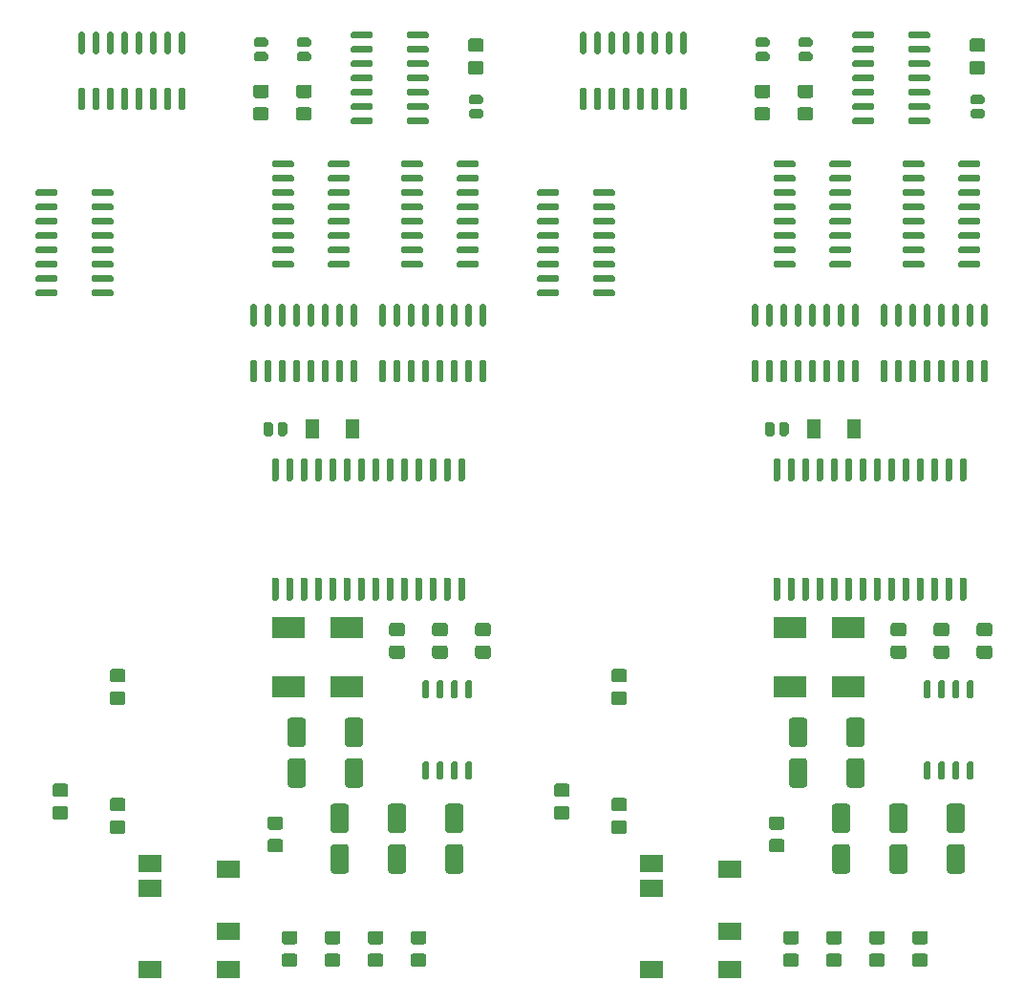
<source format=gbr>
%TF.GenerationSoftware,KiCad,Pcbnew,(5.1.8)-1*%
%TF.CreationDate,2021-03-08T12:32:49+01:00*%
%TF.ProjectId,Nes Sound Expansion,4e657320-536f-4756-9e64-20457870616e,rev?*%
%TF.SameCoordinates,Original*%
%TF.FileFunction,Paste,Top*%
%TF.FilePolarity,Positive*%
%FSLAX46Y46*%
G04 Gerber Fmt 4.6, Leading zero omitted, Abs format (unit mm)*
G04 Created by KiCad (PCBNEW (5.1.8)-1) date 2021-03-08 12:32:49*
%MOMM*%
%LPD*%
G01*
G04 APERTURE LIST*
%ADD10R,1.300000X1.700000*%
%ADD11R,2.000000X1.500000*%
%ADD12R,3.000000X1.980000*%
G04 APERTURE END LIST*
%TO.C,YMF288*%
G36*
G01*
X81130000Y-76240000D02*
X81430000Y-76240000D01*
G75*
G02*
X81580000Y-76390000I0J-150000D01*
G01*
X81580000Y-78140000D01*
G75*
G02*
X81430000Y-78290000I-150000J0D01*
G01*
X81130000Y-78290000D01*
G75*
G02*
X80980000Y-78140000I0J150000D01*
G01*
X80980000Y-76390000D01*
G75*
G02*
X81130000Y-76240000I150000J0D01*
G01*
G37*
G36*
G01*
X79860000Y-76240000D02*
X80160000Y-76240000D01*
G75*
G02*
X80310000Y-76390000I0J-150000D01*
G01*
X80310000Y-78140000D01*
G75*
G02*
X80160000Y-78290000I-150000J0D01*
G01*
X79860000Y-78290000D01*
G75*
G02*
X79710000Y-78140000I0J150000D01*
G01*
X79710000Y-76390000D01*
G75*
G02*
X79860000Y-76240000I150000J0D01*
G01*
G37*
G36*
G01*
X87480000Y-76240000D02*
X87780000Y-76240000D01*
G75*
G02*
X87930000Y-76390000I0J-150000D01*
G01*
X87930000Y-78140000D01*
G75*
G02*
X87780000Y-78290000I-150000J0D01*
G01*
X87480000Y-78290000D01*
G75*
G02*
X87330000Y-78140000I0J150000D01*
G01*
X87330000Y-76390000D01*
G75*
G02*
X87480000Y-76240000I150000J0D01*
G01*
G37*
G36*
G01*
X83670000Y-76240000D02*
X83970000Y-76240000D01*
G75*
G02*
X84120000Y-76390000I0J-150000D01*
G01*
X84120000Y-78140000D01*
G75*
G02*
X83970000Y-78290000I-150000J0D01*
G01*
X83670000Y-78290000D01*
G75*
G02*
X83520000Y-78140000I0J150000D01*
G01*
X83520000Y-76390000D01*
G75*
G02*
X83670000Y-76240000I150000J0D01*
G01*
G37*
G36*
G01*
X77320000Y-76240000D02*
X77620000Y-76240000D01*
G75*
G02*
X77770000Y-76390000I0J-150000D01*
G01*
X77770000Y-78140000D01*
G75*
G02*
X77620000Y-78290000I-150000J0D01*
G01*
X77320000Y-78290000D01*
G75*
G02*
X77170000Y-78140000I0J150000D01*
G01*
X77170000Y-76390000D01*
G75*
G02*
X77320000Y-76240000I150000J0D01*
G01*
G37*
G36*
G01*
X84940000Y-76240000D02*
X85240000Y-76240000D01*
G75*
G02*
X85390000Y-76390000I0J-150000D01*
G01*
X85390000Y-78140000D01*
G75*
G02*
X85240000Y-78290000I-150000J0D01*
G01*
X84940000Y-78290000D01*
G75*
G02*
X84790000Y-78140000I0J150000D01*
G01*
X84790000Y-76390000D01*
G75*
G02*
X84940000Y-76240000I150000J0D01*
G01*
G37*
G36*
G01*
X86210000Y-76240000D02*
X86510000Y-76240000D01*
G75*
G02*
X86660000Y-76390000I0J-150000D01*
G01*
X86660000Y-78140000D01*
G75*
G02*
X86510000Y-78290000I-150000J0D01*
G01*
X86210000Y-78290000D01*
G75*
G02*
X86060000Y-78140000I0J150000D01*
G01*
X86060000Y-76390000D01*
G75*
G02*
X86210000Y-76240000I150000J0D01*
G01*
G37*
G36*
G01*
X88750000Y-76240000D02*
X89050000Y-76240000D01*
G75*
G02*
X89200000Y-76390000I0J-150000D01*
G01*
X89200000Y-78140000D01*
G75*
G02*
X89050000Y-78290000I-150000J0D01*
G01*
X88750000Y-78290000D01*
G75*
G02*
X88600000Y-78140000I0J150000D01*
G01*
X88600000Y-76390000D01*
G75*
G02*
X88750000Y-76240000I150000J0D01*
G01*
G37*
G36*
G01*
X78590000Y-76240000D02*
X78890000Y-76240000D01*
G75*
G02*
X79040000Y-76390000I0J-150000D01*
G01*
X79040000Y-78140000D01*
G75*
G02*
X78890000Y-78290000I-150000J0D01*
G01*
X78590000Y-78290000D01*
G75*
G02*
X78440000Y-78140000I0J150000D01*
G01*
X78440000Y-76390000D01*
G75*
G02*
X78590000Y-76240000I150000J0D01*
G01*
G37*
G36*
G01*
X90020000Y-76240000D02*
X90320000Y-76240000D01*
G75*
G02*
X90470000Y-76390000I0J-150000D01*
G01*
X90470000Y-78140000D01*
G75*
G02*
X90320000Y-78290000I-150000J0D01*
G01*
X90020000Y-78290000D01*
G75*
G02*
X89870000Y-78140000I0J150000D01*
G01*
X89870000Y-76390000D01*
G75*
G02*
X90020000Y-76240000I150000J0D01*
G01*
G37*
G36*
G01*
X82400000Y-76240000D02*
X82700000Y-76240000D01*
G75*
G02*
X82850000Y-76390000I0J-150000D01*
G01*
X82850000Y-78140000D01*
G75*
G02*
X82700000Y-78290000I-150000J0D01*
G01*
X82400000Y-78290000D01*
G75*
G02*
X82250000Y-78140000I0J150000D01*
G01*
X82250000Y-76390000D01*
G75*
G02*
X82400000Y-76240000I150000J0D01*
G01*
G37*
G36*
G01*
X76050000Y-76240000D02*
X76350000Y-76240000D01*
G75*
G02*
X76500000Y-76390000I0J-150000D01*
G01*
X76500000Y-78140000D01*
G75*
G02*
X76350000Y-78290000I-150000J0D01*
G01*
X76050000Y-78290000D01*
G75*
G02*
X75900000Y-78140000I0J150000D01*
G01*
X75900000Y-76390000D01*
G75*
G02*
X76050000Y-76240000I150000J0D01*
G01*
G37*
G36*
G01*
X81130000Y-86810000D02*
X81430000Y-86810000D01*
G75*
G02*
X81580000Y-86960000I0J-150000D01*
G01*
X81580000Y-88710000D01*
G75*
G02*
X81430000Y-88860000I-150000J0D01*
G01*
X81130000Y-88860000D01*
G75*
G02*
X80980000Y-88710000I0J150000D01*
G01*
X80980000Y-86960000D01*
G75*
G02*
X81130000Y-86810000I150000J0D01*
G01*
G37*
G36*
G01*
X74780000Y-76240000D02*
X75080000Y-76240000D01*
G75*
G02*
X75230000Y-76390000I0J-150000D01*
G01*
X75230000Y-78140000D01*
G75*
G02*
X75080000Y-78290000I-150000J0D01*
G01*
X74780000Y-78290000D01*
G75*
G02*
X74630000Y-78140000I0J150000D01*
G01*
X74630000Y-76390000D01*
G75*
G02*
X74780000Y-76240000I150000J0D01*
G01*
G37*
G36*
G01*
X78590000Y-86810000D02*
X78890000Y-86810000D01*
G75*
G02*
X79040000Y-86960000I0J-150000D01*
G01*
X79040000Y-88710000D01*
G75*
G02*
X78890000Y-88860000I-150000J0D01*
G01*
X78590000Y-88860000D01*
G75*
G02*
X78440000Y-88710000I0J150000D01*
G01*
X78440000Y-86960000D01*
G75*
G02*
X78590000Y-86810000I150000J0D01*
G01*
G37*
G36*
G01*
X73510000Y-76240000D02*
X73810000Y-76240000D01*
G75*
G02*
X73960000Y-76390000I0J-150000D01*
G01*
X73960000Y-78140000D01*
G75*
G02*
X73810000Y-78290000I-150000J0D01*
G01*
X73510000Y-78290000D01*
G75*
G02*
X73360000Y-78140000I0J150000D01*
G01*
X73360000Y-76390000D01*
G75*
G02*
X73510000Y-76240000I150000J0D01*
G01*
G37*
G36*
G01*
X77320000Y-86810000D02*
X77620000Y-86810000D01*
G75*
G02*
X77770000Y-86960000I0J-150000D01*
G01*
X77770000Y-88710000D01*
G75*
G02*
X77620000Y-88860000I-150000J0D01*
G01*
X77320000Y-88860000D01*
G75*
G02*
X77170000Y-88710000I0J150000D01*
G01*
X77170000Y-86960000D01*
G75*
G02*
X77320000Y-86810000I150000J0D01*
G01*
G37*
G36*
G01*
X84940000Y-86810000D02*
X85240000Y-86810000D01*
G75*
G02*
X85390000Y-86960000I0J-150000D01*
G01*
X85390000Y-88710000D01*
G75*
G02*
X85240000Y-88860000I-150000J0D01*
G01*
X84940000Y-88860000D01*
G75*
G02*
X84790000Y-88710000I0J150000D01*
G01*
X84790000Y-86960000D01*
G75*
G02*
X84940000Y-86810000I150000J0D01*
G01*
G37*
G36*
G01*
X83670000Y-86810000D02*
X83970000Y-86810000D01*
G75*
G02*
X84120000Y-86960000I0J-150000D01*
G01*
X84120000Y-88710000D01*
G75*
G02*
X83970000Y-88860000I-150000J0D01*
G01*
X83670000Y-88860000D01*
G75*
G02*
X83520000Y-88710000I0J150000D01*
G01*
X83520000Y-86960000D01*
G75*
G02*
X83670000Y-86810000I150000J0D01*
G01*
G37*
G36*
G01*
X82400000Y-86810000D02*
X82700000Y-86810000D01*
G75*
G02*
X82850000Y-86960000I0J-150000D01*
G01*
X82850000Y-88710000D01*
G75*
G02*
X82700000Y-88860000I-150000J0D01*
G01*
X82400000Y-88860000D01*
G75*
G02*
X82250000Y-88710000I0J150000D01*
G01*
X82250000Y-86960000D01*
G75*
G02*
X82400000Y-86810000I150000J0D01*
G01*
G37*
G36*
G01*
X74780000Y-86810000D02*
X75080000Y-86810000D01*
G75*
G02*
X75230000Y-86960000I0J-150000D01*
G01*
X75230000Y-88710000D01*
G75*
G02*
X75080000Y-88860000I-150000J0D01*
G01*
X74780000Y-88860000D01*
G75*
G02*
X74630000Y-88710000I0J150000D01*
G01*
X74630000Y-86960000D01*
G75*
G02*
X74780000Y-86810000I150000J0D01*
G01*
G37*
G36*
G01*
X79860000Y-86810000D02*
X80160000Y-86810000D01*
G75*
G02*
X80310000Y-86960000I0J-150000D01*
G01*
X80310000Y-88710000D01*
G75*
G02*
X80160000Y-88860000I-150000J0D01*
G01*
X79860000Y-88860000D01*
G75*
G02*
X79710000Y-88710000I0J150000D01*
G01*
X79710000Y-86960000D01*
G75*
G02*
X79860000Y-86810000I150000J0D01*
G01*
G37*
G36*
G01*
X90020000Y-86810000D02*
X90320000Y-86810000D01*
G75*
G02*
X90470000Y-86960000I0J-150000D01*
G01*
X90470000Y-88710000D01*
G75*
G02*
X90320000Y-88860000I-150000J0D01*
G01*
X90020000Y-88860000D01*
G75*
G02*
X89870000Y-88710000I0J150000D01*
G01*
X89870000Y-86960000D01*
G75*
G02*
X90020000Y-86810000I150000J0D01*
G01*
G37*
G36*
G01*
X73510000Y-86810000D02*
X73810000Y-86810000D01*
G75*
G02*
X73960000Y-86960000I0J-150000D01*
G01*
X73960000Y-88710000D01*
G75*
G02*
X73810000Y-88860000I-150000J0D01*
G01*
X73510000Y-88860000D01*
G75*
G02*
X73360000Y-88710000I0J150000D01*
G01*
X73360000Y-86960000D01*
G75*
G02*
X73510000Y-86810000I150000J0D01*
G01*
G37*
G36*
G01*
X76050000Y-86810000D02*
X76350000Y-86810000D01*
G75*
G02*
X76500000Y-86960000I0J-150000D01*
G01*
X76500000Y-88710000D01*
G75*
G02*
X76350000Y-88860000I-150000J0D01*
G01*
X76050000Y-88860000D01*
G75*
G02*
X75900000Y-88710000I0J150000D01*
G01*
X75900000Y-86960000D01*
G75*
G02*
X76050000Y-86810000I150000J0D01*
G01*
G37*
G36*
G01*
X86210000Y-86810000D02*
X86510000Y-86810000D01*
G75*
G02*
X86660000Y-86960000I0J-150000D01*
G01*
X86660000Y-88710000D01*
G75*
G02*
X86510000Y-88860000I-150000J0D01*
G01*
X86210000Y-88860000D01*
G75*
G02*
X86060000Y-88710000I0J150000D01*
G01*
X86060000Y-86960000D01*
G75*
G02*
X86210000Y-86810000I150000J0D01*
G01*
G37*
G36*
G01*
X87480000Y-86810000D02*
X87780000Y-86810000D01*
G75*
G02*
X87930000Y-86960000I0J-150000D01*
G01*
X87930000Y-88710000D01*
G75*
G02*
X87780000Y-88860000I-150000J0D01*
G01*
X87480000Y-88860000D01*
G75*
G02*
X87330000Y-88710000I0J150000D01*
G01*
X87330000Y-86960000D01*
G75*
G02*
X87480000Y-86810000I150000J0D01*
G01*
G37*
G36*
G01*
X88750000Y-86810000D02*
X89050000Y-86810000D01*
G75*
G02*
X89200000Y-86960000I0J-150000D01*
G01*
X89200000Y-88710000D01*
G75*
G02*
X89050000Y-88860000I-150000J0D01*
G01*
X88750000Y-88860000D01*
G75*
G02*
X88600000Y-88710000I0J150000D01*
G01*
X88600000Y-86960000D01*
G75*
G02*
X88750000Y-86810000I150000J0D01*
G01*
G37*
%TD*%
%TO.C,R7*%
G36*
G01*
X75380001Y-121335000D02*
X74479999Y-121335000D01*
G75*
G02*
X74230000Y-121085001I0J249999D01*
G01*
X74230000Y-120384999D01*
G75*
G02*
X74479999Y-120135000I249999J0D01*
G01*
X75380001Y-120135000D01*
G75*
G02*
X75630000Y-120384999I0J-249999D01*
G01*
X75630000Y-121085001D01*
G75*
G02*
X75380001Y-121335000I-249999J0D01*
G01*
G37*
G36*
G01*
X75380001Y-119335000D02*
X74479999Y-119335000D01*
G75*
G02*
X74230000Y-119085001I0J249999D01*
G01*
X74230000Y-118384999D01*
G75*
G02*
X74479999Y-118135000I249999J0D01*
G01*
X75380001Y-118135000D01*
G75*
G02*
X75630000Y-118384999I0J-249999D01*
G01*
X75630000Y-119085001D01*
G75*
G02*
X75380001Y-119335000I-249999J0D01*
G01*
G37*
%TD*%
%TO.C,R13*%
G36*
G01*
X71939999Y-43120000D02*
X72840001Y-43120000D01*
G75*
G02*
X73090000Y-43369999I0J-249999D01*
G01*
X73090000Y-44070001D01*
G75*
G02*
X72840001Y-44320000I-249999J0D01*
G01*
X71939999Y-44320000D01*
G75*
G02*
X71690000Y-44070001I0J249999D01*
G01*
X71690000Y-43369999D01*
G75*
G02*
X71939999Y-43120000I249999J0D01*
G01*
G37*
G36*
G01*
X71939999Y-45120000D02*
X72840001Y-45120000D01*
G75*
G02*
X73090000Y-45369999I0J-249999D01*
G01*
X73090000Y-46070001D01*
G75*
G02*
X72840001Y-46320000I-249999J0D01*
G01*
X71939999Y-46320000D01*
G75*
G02*
X71690000Y-46070001I0J249999D01*
G01*
X71690000Y-45369999D01*
G75*
G02*
X71939999Y-45120000I249999J0D01*
G01*
G37*
%TD*%
%TO.C,R9*%
G36*
G01*
X55060001Y-108280000D02*
X54159999Y-108280000D01*
G75*
G02*
X53910000Y-108030001I0J249999D01*
G01*
X53910000Y-107329999D01*
G75*
G02*
X54159999Y-107080000I249999J0D01*
G01*
X55060001Y-107080000D01*
G75*
G02*
X55310000Y-107329999I0J-249999D01*
G01*
X55310000Y-108030001D01*
G75*
G02*
X55060001Y-108280000I-249999J0D01*
G01*
G37*
G36*
G01*
X55060001Y-106280000D02*
X54159999Y-106280000D01*
G75*
G02*
X53910000Y-106030001I0J249999D01*
G01*
X53910000Y-105329999D01*
G75*
G02*
X54159999Y-105080000I249999J0D01*
G01*
X55060001Y-105080000D01*
G75*
G02*
X55310000Y-105329999I0J-249999D01*
G01*
X55310000Y-106030001D01*
G75*
G02*
X55060001Y-106280000I-249999J0D01*
G01*
G37*
%TD*%
%TO.C,R10*%
G36*
G01*
X74110001Y-111185000D02*
X73209999Y-111185000D01*
G75*
G02*
X72960000Y-110935001I0J249999D01*
G01*
X72960000Y-110234999D01*
G75*
G02*
X73209999Y-109985000I249999J0D01*
G01*
X74110001Y-109985000D01*
G75*
G02*
X74360000Y-110234999I0J-249999D01*
G01*
X74360000Y-110935001D01*
G75*
G02*
X74110001Y-111185000I-249999J0D01*
G01*
G37*
G36*
G01*
X74110001Y-109185000D02*
X73209999Y-109185000D01*
G75*
G02*
X72960000Y-108935001I0J249999D01*
G01*
X72960000Y-108234999D01*
G75*
G02*
X73209999Y-107985000I249999J0D01*
G01*
X74110001Y-107985000D01*
G75*
G02*
X74360000Y-108234999I0J-249999D01*
G01*
X74360000Y-108935001D01*
G75*
G02*
X74110001Y-109185000I-249999J0D01*
G01*
G37*
%TD*%
%TO.C,R14*%
G36*
G01*
X91890001Y-42240000D02*
X90989999Y-42240000D01*
G75*
G02*
X90740000Y-41990001I0J249999D01*
G01*
X90740000Y-41289999D01*
G75*
G02*
X90989999Y-41040000I249999J0D01*
G01*
X91890001Y-41040000D01*
G75*
G02*
X92140000Y-41289999I0J-249999D01*
G01*
X92140000Y-41990001D01*
G75*
G02*
X91890001Y-42240000I-249999J0D01*
G01*
G37*
G36*
G01*
X91890001Y-40240000D02*
X90989999Y-40240000D01*
G75*
G02*
X90740000Y-39990001I0J249999D01*
G01*
X90740000Y-39289999D01*
G75*
G02*
X90989999Y-39040000I249999J0D01*
G01*
X91890001Y-39040000D01*
G75*
G02*
X92140000Y-39289999I0J-249999D01*
G01*
X92140000Y-39990001D01*
G75*
G02*
X91890001Y-40240000I-249999J0D01*
G01*
G37*
%TD*%
%TO.C,R2*%
G36*
G01*
X88715001Y-94030000D02*
X87814999Y-94030000D01*
G75*
G02*
X87565000Y-93780001I0J249999D01*
G01*
X87565000Y-93079999D01*
G75*
G02*
X87814999Y-92830000I249999J0D01*
G01*
X88715001Y-92830000D01*
G75*
G02*
X88965000Y-93079999I0J-249999D01*
G01*
X88965000Y-93780001D01*
G75*
G02*
X88715001Y-94030000I-249999J0D01*
G01*
G37*
G36*
G01*
X88715001Y-92030000D02*
X87814999Y-92030000D01*
G75*
G02*
X87565000Y-91780001I0J249999D01*
G01*
X87565000Y-91079999D01*
G75*
G02*
X87814999Y-90830000I249999J0D01*
G01*
X88715001Y-90830000D01*
G75*
G02*
X88965000Y-91079999I0J-249999D01*
G01*
X88965000Y-91780001D01*
G75*
G02*
X88715001Y-92030000I-249999J0D01*
G01*
G37*
%TD*%
%TO.C,R12*%
G36*
G01*
X75749999Y-43120000D02*
X76650001Y-43120000D01*
G75*
G02*
X76900000Y-43369999I0J-249999D01*
G01*
X76900000Y-44070001D01*
G75*
G02*
X76650001Y-44320000I-249999J0D01*
G01*
X75749999Y-44320000D01*
G75*
G02*
X75500000Y-44070001I0J249999D01*
G01*
X75500000Y-43369999D01*
G75*
G02*
X75749999Y-43120000I249999J0D01*
G01*
G37*
G36*
G01*
X75749999Y-45120000D02*
X76650001Y-45120000D01*
G75*
G02*
X76900000Y-45369999I0J-249999D01*
G01*
X76900000Y-46070001D01*
G75*
G02*
X76650001Y-46320000I-249999J0D01*
G01*
X75749999Y-46320000D01*
G75*
G02*
X75500000Y-46070001I0J249999D01*
G01*
X75500000Y-45369999D01*
G75*
G02*
X75749999Y-45120000I249999J0D01*
G01*
G37*
%TD*%
%TO.C,R3*%
G36*
G01*
X84905001Y-94030000D02*
X84004999Y-94030000D01*
G75*
G02*
X83755000Y-93780001I0J249999D01*
G01*
X83755000Y-93079999D01*
G75*
G02*
X84004999Y-92830000I249999J0D01*
G01*
X84905001Y-92830000D01*
G75*
G02*
X85155000Y-93079999I0J-249999D01*
G01*
X85155000Y-93780001D01*
G75*
G02*
X84905001Y-94030000I-249999J0D01*
G01*
G37*
G36*
G01*
X84905001Y-92030000D02*
X84004999Y-92030000D01*
G75*
G02*
X83755000Y-91780001I0J249999D01*
G01*
X83755000Y-91079999D01*
G75*
G02*
X84004999Y-90830000I249999J0D01*
G01*
X84905001Y-90830000D01*
G75*
G02*
X85155000Y-91079999I0J-249999D01*
G01*
X85155000Y-91780001D01*
G75*
G02*
X84905001Y-92030000I-249999J0D01*
G01*
G37*
%TD*%
D10*
%TO.C,D1*%
X80490000Y-73660000D03*
X76990000Y-73660000D03*
%TD*%
%TO.C,R1*%
G36*
G01*
X92525001Y-94030000D02*
X91624999Y-94030000D01*
G75*
G02*
X91375000Y-93780001I0J249999D01*
G01*
X91375000Y-93079999D01*
G75*
G02*
X91624999Y-92830000I249999J0D01*
G01*
X92525001Y-92830000D01*
G75*
G02*
X92775000Y-93079999I0J-249999D01*
G01*
X92775000Y-93780001D01*
G75*
G02*
X92525001Y-94030000I-249999J0D01*
G01*
G37*
G36*
G01*
X92525001Y-92030000D02*
X91624999Y-92030000D01*
G75*
G02*
X91375000Y-91780001I0J249999D01*
G01*
X91375000Y-91079999D01*
G75*
G02*
X91624999Y-90830000I249999J0D01*
G01*
X92525001Y-90830000D01*
G75*
G02*
X92775000Y-91079999I0J-249999D01*
G01*
X92775000Y-91780001D01*
G75*
G02*
X92525001Y-92030000I-249999J0D01*
G01*
G37*
%TD*%
%TO.C,R11*%
G36*
G01*
X60140001Y-109550000D02*
X59239999Y-109550000D01*
G75*
G02*
X58990000Y-109300001I0J249999D01*
G01*
X58990000Y-108599999D01*
G75*
G02*
X59239999Y-108350000I249999J0D01*
G01*
X60140001Y-108350000D01*
G75*
G02*
X60390000Y-108599999I0J-249999D01*
G01*
X60390000Y-109300001D01*
G75*
G02*
X60140001Y-109550000I-249999J0D01*
G01*
G37*
G36*
G01*
X60140001Y-107550000D02*
X59239999Y-107550000D01*
G75*
G02*
X58990000Y-107300001I0J249999D01*
G01*
X58990000Y-106599999D01*
G75*
G02*
X59239999Y-106350000I249999J0D01*
G01*
X60140001Y-106350000D01*
G75*
G02*
X60390000Y-106599999I0J-249999D01*
G01*
X60390000Y-107300001D01*
G75*
G02*
X60140001Y-107550000I-249999J0D01*
G01*
G37*
%TD*%
%TO.C,R8*%
G36*
G01*
X79190001Y-121335000D02*
X78289999Y-121335000D01*
G75*
G02*
X78040000Y-121085001I0J249999D01*
G01*
X78040000Y-120384999D01*
G75*
G02*
X78289999Y-120135000I249999J0D01*
G01*
X79190001Y-120135000D01*
G75*
G02*
X79440000Y-120384999I0J-249999D01*
G01*
X79440000Y-121085001D01*
G75*
G02*
X79190001Y-121335000I-249999J0D01*
G01*
G37*
G36*
G01*
X79190001Y-119335000D02*
X78289999Y-119335000D01*
G75*
G02*
X78040000Y-119085001I0J249999D01*
G01*
X78040000Y-118384999D01*
G75*
G02*
X78289999Y-118135000I249999J0D01*
G01*
X79190001Y-118135000D01*
G75*
G02*
X79440000Y-118384999I0J-249999D01*
G01*
X79440000Y-119085001D01*
G75*
G02*
X79190001Y-119335000I-249999J0D01*
G01*
G37*
%TD*%
%TO.C,R5*%
G36*
G01*
X86810001Y-121335000D02*
X85909999Y-121335000D01*
G75*
G02*
X85660000Y-121085001I0J249999D01*
G01*
X85660000Y-120384999D01*
G75*
G02*
X85909999Y-120135000I249999J0D01*
G01*
X86810001Y-120135000D01*
G75*
G02*
X87060000Y-120384999I0J-249999D01*
G01*
X87060000Y-121085001D01*
G75*
G02*
X86810001Y-121335000I-249999J0D01*
G01*
G37*
G36*
G01*
X86810001Y-119335000D02*
X85909999Y-119335000D01*
G75*
G02*
X85660000Y-119085001I0J249999D01*
G01*
X85660000Y-118384999D01*
G75*
G02*
X85909999Y-118135000I249999J0D01*
G01*
X86810001Y-118135000D01*
G75*
G02*
X87060000Y-118384999I0J-249999D01*
G01*
X87060000Y-119085001D01*
G75*
G02*
X86810001Y-119335000I-249999J0D01*
G01*
G37*
%TD*%
%TO.C,C5*%
G36*
G01*
X91871250Y-46122500D02*
X91008750Y-46122500D01*
G75*
G02*
X90800000Y-45913750I0J208750D01*
G01*
X90800000Y-45496250D01*
G75*
G02*
X91008750Y-45287500I208750J0D01*
G01*
X91871250Y-45287500D01*
G75*
G02*
X92080000Y-45496250I0J-208750D01*
G01*
X92080000Y-45913750D01*
G75*
G02*
X91871250Y-46122500I-208750J0D01*
G01*
G37*
G36*
G01*
X91871250Y-44867500D02*
X91008750Y-44867500D01*
G75*
G02*
X90800000Y-44658750I0J208750D01*
G01*
X90800000Y-44241250D01*
G75*
G02*
X91008750Y-44032500I208750J0D01*
G01*
X91871250Y-44032500D01*
G75*
G02*
X92080000Y-44241250I0J-208750D01*
G01*
X92080000Y-44658750D01*
G75*
G02*
X91871250Y-44867500I-208750J0D01*
G01*
G37*
%TD*%
D11*
%TO.C,J6*%
X69540000Y-112640000D03*
X69540000Y-118140000D03*
X69540000Y-121540000D03*
X62540000Y-112140000D03*
X62540000Y-114340000D03*
X62540000Y-121540000D03*
%TD*%
%TO.C,C13*%
G36*
G01*
X78825000Y-106860000D02*
X79925000Y-106860000D01*
G75*
G02*
X80175000Y-107110000I0J-250000D01*
G01*
X80175000Y-109210000D01*
G75*
G02*
X79925000Y-109460000I-250000J0D01*
G01*
X78825000Y-109460000D01*
G75*
G02*
X78575000Y-109210000I0J250000D01*
G01*
X78575000Y-107110000D01*
G75*
G02*
X78825000Y-106860000I250000J0D01*
G01*
G37*
G36*
G01*
X78825000Y-110460000D02*
X79925000Y-110460000D01*
G75*
G02*
X80175000Y-110710000I0J-250000D01*
G01*
X80175000Y-112810000D01*
G75*
G02*
X79925000Y-113060000I-250000J0D01*
G01*
X78825000Y-113060000D01*
G75*
G02*
X78575000Y-112810000I0J250000D01*
G01*
X78575000Y-110710000D01*
G75*
G02*
X78825000Y-110460000I250000J0D01*
G01*
G37*
%TD*%
%TO.C,C11*%
G36*
G01*
X80095000Y-99240000D02*
X81195000Y-99240000D01*
G75*
G02*
X81445000Y-99490000I0J-250000D01*
G01*
X81445000Y-101590000D01*
G75*
G02*
X81195000Y-101840000I-250000J0D01*
G01*
X80095000Y-101840000D01*
G75*
G02*
X79845000Y-101590000I0J250000D01*
G01*
X79845000Y-99490000D01*
G75*
G02*
X80095000Y-99240000I250000J0D01*
G01*
G37*
G36*
G01*
X80095000Y-102840000D02*
X81195000Y-102840000D01*
G75*
G02*
X81445000Y-103090000I0J-250000D01*
G01*
X81445000Y-105190000D01*
G75*
G02*
X81195000Y-105440000I-250000J0D01*
G01*
X80095000Y-105440000D01*
G75*
G02*
X79845000Y-105190000I0J250000D01*
G01*
X79845000Y-103090000D01*
G75*
G02*
X80095000Y-102840000I250000J0D01*
G01*
G37*
%TD*%
%TO.C,R4*%
G36*
G01*
X59239999Y-94920000D02*
X60140001Y-94920000D01*
G75*
G02*
X60390000Y-95169999I0J-249999D01*
G01*
X60390000Y-95870001D01*
G75*
G02*
X60140001Y-96120000I-249999J0D01*
G01*
X59239999Y-96120000D01*
G75*
G02*
X58990000Y-95870001I0J249999D01*
G01*
X58990000Y-95169999D01*
G75*
G02*
X59239999Y-94920000I249999J0D01*
G01*
G37*
G36*
G01*
X59239999Y-96920000D02*
X60140001Y-96920000D01*
G75*
G02*
X60390000Y-97169999I0J-249999D01*
G01*
X60390000Y-97870001D01*
G75*
G02*
X60140001Y-98120000I-249999J0D01*
G01*
X59239999Y-98120000D01*
G75*
G02*
X58990000Y-97870001I0J249999D01*
G01*
X58990000Y-97169999D01*
G75*
G02*
X59239999Y-96920000I249999J0D01*
G01*
G37*
%TD*%
%TO.C,C4*%
G36*
G01*
X72821250Y-41057500D02*
X71958750Y-41057500D01*
G75*
G02*
X71750000Y-40848750I0J208750D01*
G01*
X71750000Y-40431250D01*
G75*
G02*
X71958750Y-40222500I208750J0D01*
G01*
X72821250Y-40222500D01*
G75*
G02*
X73030000Y-40431250I0J-208750D01*
G01*
X73030000Y-40848750D01*
G75*
G02*
X72821250Y-41057500I-208750J0D01*
G01*
G37*
G36*
G01*
X72821250Y-39802500D02*
X71958750Y-39802500D01*
G75*
G02*
X71750000Y-39593750I0J208750D01*
G01*
X71750000Y-39176250D01*
G75*
G02*
X71958750Y-38967500I208750J0D01*
G01*
X72821250Y-38967500D01*
G75*
G02*
X73030000Y-39176250I0J-208750D01*
G01*
X73030000Y-39593750D01*
G75*
G02*
X72821250Y-39802500I-208750J0D01*
G01*
G37*
%TD*%
%TO.C,C3*%
G36*
G01*
X75768750Y-38967500D02*
X76631250Y-38967500D01*
G75*
G02*
X76840000Y-39176250I0J-208750D01*
G01*
X76840000Y-39593750D01*
G75*
G02*
X76631250Y-39802500I-208750J0D01*
G01*
X75768750Y-39802500D01*
G75*
G02*
X75560000Y-39593750I0J208750D01*
G01*
X75560000Y-39176250D01*
G75*
G02*
X75768750Y-38967500I208750J0D01*
G01*
G37*
G36*
G01*
X75768750Y-40222500D02*
X76631250Y-40222500D01*
G75*
G02*
X76840000Y-40431250I0J-208750D01*
G01*
X76840000Y-40848750D01*
G75*
G02*
X76631250Y-41057500I-208750J0D01*
G01*
X75768750Y-41057500D01*
G75*
G02*
X75560000Y-40848750I0J208750D01*
G01*
X75560000Y-40431250D01*
G75*
G02*
X75768750Y-40222500I208750J0D01*
G01*
G37*
%TD*%
%TO.C,C1*%
G36*
G01*
X72623000Y-74091250D02*
X72623000Y-73228750D01*
G75*
G02*
X72831750Y-73020000I208750J0D01*
G01*
X73249250Y-73020000D01*
G75*
G02*
X73458000Y-73228750I0J-208750D01*
G01*
X73458000Y-74091250D01*
G75*
G02*
X73249250Y-74300000I-208750J0D01*
G01*
X72831750Y-74300000D01*
G75*
G02*
X72623000Y-74091250I0J208750D01*
G01*
G37*
G36*
G01*
X73878000Y-74091250D02*
X73878000Y-73228750D01*
G75*
G02*
X74086750Y-73020000I208750J0D01*
G01*
X74504250Y-73020000D01*
G75*
G02*
X74713000Y-73228750I0J-208750D01*
G01*
X74713000Y-74091250D01*
G75*
G02*
X74504250Y-74300000I-208750J0D01*
G01*
X74086750Y-74300000D01*
G75*
G02*
X73878000Y-74091250I0J208750D01*
G01*
G37*
%TD*%
%TO.C,C12*%
G36*
G01*
X75015000Y-99240000D02*
X76115000Y-99240000D01*
G75*
G02*
X76365000Y-99490000I0J-250000D01*
G01*
X76365000Y-101590000D01*
G75*
G02*
X76115000Y-101840000I-250000J0D01*
G01*
X75015000Y-101840000D01*
G75*
G02*
X74765000Y-101590000I0J250000D01*
G01*
X74765000Y-99490000D01*
G75*
G02*
X75015000Y-99240000I250000J0D01*
G01*
G37*
G36*
G01*
X75015000Y-102840000D02*
X76115000Y-102840000D01*
G75*
G02*
X76365000Y-103090000I0J-250000D01*
G01*
X76365000Y-105190000D01*
G75*
G02*
X76115000Y-105440000I-250000J0D01*
G01*
X75015000Y-105440000D01*
G75*
G02*
X74765000Y-105190000I0J250000D01*
G01*
X74765000Y-103090000D01*
G75*
G02*
X75015000Y-102840000I250000J0D01*
G01*
G37*
%TD*%
%TO.C,C10*%
G36*
G01*
X88985000Y-106860000D02*
X90085000Y-106860000D01*
G75*
G02*
X90335000Y-107110000I0J-250000D01*
G01*
X90335000Y-109210000D01*
G75*
G02*
X90085000Y-109460000I-250000J0D01*
G01*
X88985000Y-109460000D01*
G75*
G02*
X88735000Y-109210000I0J250000D01*
G01*
X88735000Y-107110000D01*
G75*
G02*
X88985000Y-106860000I250000J0D01*
G01*
G37*
G36*
G01*
X88985000Y-110460000D02*
X90085000Y-110460000D01*
G75*
G02*
X90335000Y-110710000I0J-250000D01*
G01*
X90335000Y-112810000D01*
G75*
G02*
X90085000Y-113060000I-250000J0D01*
G01*
X88985000Y-113060000D01*
G75*
G02*
X88735000Y-112810000I0J250000D01*
G01*
X88735000Y-110710000D01*
G75*
G02*
X88985000Y-110460000I250000J0D01*
G01*
G37*
%TD*%
%TO.C,C2*%
G36*
G01*
X83905000Y-106860000D02*
X85005000Y-106860000D01*
G75*
G02*
X85255000Y-107110000I0J-250000D01*
G01*
X85255000Y-109210000D01*
G75*
G02*
X85005000Y-109460000I-250000J0D01*
G01*
X83905000Y-109460000D01*
G75*
G02*
X83655000Y-109210000I0J250000D01*
G01*
X83655000Y-107110000D01*
G75*
G02*
X83905000Y-106860000I250000J0D01*
G01*
G37*
G36*
G01*
X83905000Y-110460000D02*
X85005000Y-110460000D01*
G75*
G02*
X85255000Y-110710000I0J-250000D01*
G01*
X85255000Y-112810000D01*
G75*
G02*
X85005000Y-113060000I-250000J0D01*
G01*
X83905000Y-113060000D01*
G75*
G02*
X83655000Y-112810000I0J250000D01*
G01*
X83655000Y-110710000D01*
G75*
G02*
X83905000Y-110460000I250000J0D01*
G01*
G37*
%TD*%
%TO.C,U8*%
G36*
G01*
X80495000Y-62590000D02*
X80795000Y-62590000D01*
G75*
G02*
X80945000Y-62740000I0J-150000D01*
G01*
X80945000Y-64390000D01*
G75*
G02*
X80795000Y-64540000I-150000J0D01*
G01*
X80495000Y-64540000D01*
G75*
G02*
X80345000Y-64390000I0J150000D01*
G01*
X80345000Y-62740000D01*
G75*
G02*
X80495000Y-62590000I150000J0D01*
G01*
G37*
G36*
G01*
X79225000Y-62590000D02*
X79525000Y-62590000D01*
G75*
G02*
X79675000Y-62740000I0J-150000D01*
G01*
X79675000Y-64390000D01*
G75*
G02*
X79525000Y-64540000I-150000J0D01*
G01*
X79225000Y-64540000D01*
G75*
G02*
X79075000Y-64390000I0J150000D01*
G01*
X79075000Y-62740000D01*
G75*
G02*
X79225000Y-62590000I150000J0D01*
G01*
G37*
G36*
G01*
X77955000Y-62590000D02*
X78255000Y-62590000D01*
G75*
G02*
X78405000Y-62740000I0J-150000D01*
G01*
X78405000Y-64390000D01*
G75*
G02*
X78255000Y-64540000I-150000J0D01*
G01*
X77955000Y-64540000D01*
G75*
G02*
X77805000Y-64390000I0J150000D01*
G01*
X77805000Y-62740000D01*
G75*
G02*
X77955000Y-62590000I150000J0D01*
G01*
G37*
G36*
G01*
X76685000Y-62590000D02*
X76985000Y-62590000D01*
G75*
G02*
X77135000Y-62740000I0J-150000D01*
G01*
X77135000Y-64390000D01*
G75*
G02*
X76985000Y-64540000I-150000J0D01*
G01*
X76685000Y-64540000D01*
G75*
G02*
X76535000Y-64390000I0J150000D01*
G01*
X76535000Y-62740000D01*
G75*
G02*
X76685000Y-62590000I150000J0D01*
G01*
G37*
G36*
G01*
X75415000Y-62590000D02*
X75715000Y-62590000D01*
G75*
G02*
X75865000Y-62740000I0J-150000D01*
G01*
X75865000Y-64390000D01*
G75*
G02*
X75715000Y-64540000I-150000J0D01*
G01*
X75415000Y-64540000D01*
G75*
G02*
X75265000Y-64390000I0J150000D01*
G01*
X75265000Y-62740000D01*
G75*
G02*
X75415000Y-62590000I150000J0D01*
G01*
G37*
G36*
G01*
X74145000Y-62590000D02*
X74445000Y-62590000D01*
G75*
G02*
X74595000Y-62740000I0J-150000D01*
G01*
X74595000Y-64390000D01*
G75*
G02*
X74445000Y-64540000I-150000J0D01*
G01*
X74145000Y-64540000D01*
G75*
G02*
X73995000Y-64390000I0J150000D01*
G01*
X73995000Y-62740000D01*
G75*
G02*
X74145000Y-62590000I150000J0D01*
G01*
G37*
G36*
G01*
X72875000Y-62590000D02*
X73175000Y-62590000D01*
G75*
G02*
X73325000Y-62740000I0J-150000D01*
G01*
X73325000Y-64390000D01*
G75*
G02*
X73175000Y-64540000I-150000J0D01*
G01*
X72875000Y-64540000D01*
G75*
G02*
X72725000Y-64390000I0J150000D01*
G01*
X72725000Y-62740000D01*
G75*
G02*
X72875000Y-62590000I150000J0D01*
G01*
G37*
G36*
G01*
X71605000Y-62590000D02*
X71905000Y-62590000D01*
G75*
G02*
X72055000Y-62740000I0J-150000D01*
G01*
X72055000Y-64390000D01*
G75*
G02*
X71905000Y-64540000I-150000J0D01*
G01*
X71605000Y-64540000D01*
G75*
G02*
X71455000Y-64390000I0J150000D01*
G01*
X71455000Y-62740000D01*
G75*
G02*
X71605000Y-62590000I150000J0D01*
G01*
G37*
G36*
G01*
X71605000Y-67540000D02*
X71905000Y-67540000D01*
G75*
G02*
X72055000Y-67690000I0J-150000D01*
G01*
X72055000Y-69340000D01*
G75*
G02*
X71905000Y-69490000I-150000J0D01*
G01*
X71605000Y-69490000D01*
G75*
G02*
X71455000Y-69340000I0J150000D01*
G01*
X71455000Y-67690000D01*
G75*
G02*
X71605000Y-67540000I150000J0D01*
G01*
G37*
G36*
G01*
X72875000Y-67540000D02*
X73175000Y-67540000D01*
G75*
G02*
X73325000Y-67690000I0J-150000D01*
G01*
X73325000Y-69340000D01*
G75*
G02*
X73175000Y-69490000I-150000J0D01*
G01*
X72875000Y-69490000D01*
G75*
G02*
X72725000Y-69340000I0J150000D01*
G01*
X72725000Y-67690000D01*
G75*
G02*
X72875000Y-67540000I150000J0D01*
G01*
G37*
G36*
G01*
X74145000Y-67540000D02*
X74445000Y-67540000D01*
G75*
G02*
X74595000Y-67690000I0J-150000D01*
G01*
X74595000Y-69340000D01*
G75*
G02*
X74445000Y-69490000I-150000J0D01*
G01*
X74145000Y-69490000D01*
G75*
G02*
X73995000Y-69340000I0J150000D01*
G01*
X73995000Y-67690000D01*
G75*
G02*
X74145000Y-67540000I150000J0D01*
G01*
G37*
G36*
G01*
X75415000Y-67540000D02*
X75715000Y-67540000D01*
G75*
G02*
X75865000Y-67690000I0J-150000D01*
G01*
X75865000Y-69340000D01*
G75*
G02*
X75715000Y-69490000I-150000J0D01*
G01*
X75415000Y-69490000D01*
G75*
G02*
X75265000Y-69340000I0J150000D01*
G01*
X75265000Y-67690000D01*
G75*
G02*
X75415000Y-67540000I150000J0D01*
G01*
G37*
G36*
G01*
X76685000Y-67540000D02*
X76985000Y-67540000D01*
G75*
G02*
X77135000Y-67690000I0J-150000D01*
G01*
X77135000Y-69340000D01*
G75*
G02*
X76985000Y-69490000I-150000J0D01*
G01*
X76685000Y-69490000D01*
G75*
G02*
X76535000Y-69340000I0J150000D01*
G01*
X76535000Y-67690000D01*
G75*
G02*
X76685000Y-67540000I150000J0D01*
G01*
G37*
G36*
G01*
X77955000Y-67540000D02*
X78255000Y-67540000D01*
G75*
G02*
X78405000Y-67690000I0J-150000D01*
G01*
X78405000Y-69340000D01*
G75*
G02*
X78255000Y-69490000I-150000J0D01*
G01*
X77955000Y-69490000D01*
G75*
G02*
X77805000Y-69340000I0J150000D01*
G01*
X77805000Y-67690000D01*
G75*
G02*
X77955000Y-67540000I150000J0D01*
G01*
G37*
G36*
G01*
X79225000Y-67540000D02*
X79525000Y-67540000D01*
G75*
G02*
X79675000Y-67690000I0J-150000D01*
G01*
X79675000Y-69340000D01*
G75*
G02*
X79525000Y-69490000I-150000J0D01*
G01*
X79225000Y-69490000D01*
G75*
G02*
X79075000Y-69340000I0J150000D01*
G01*
X79075000Y-67690000D01*
G75*
G02*
X79225000Y-67540000I150000J0D01*
G01*
G37*
G36*
G01*
X80495000Y-67540000D02*
X80795000Y-67540000D01*
G75*
G02*
X80945000Y-67690000I0J-150000D01*
G01*
X80945000Y-69340000D01*
G75*
G02*
X80795000Y-69490000I-150000J0D01*
G01*
X80495000Y-69490000D01*
G75*
G02*
X80345000Y-69340000I0J150000D01*
G01*
X80345000Y-67690000D01*
G75*
G02*
X80495000Y-67540000I150000J0D01*
G01*
G37*
%TD*%
%TO.C,U2*%
G36*
G01*
X80370000Y-38885000D02*
X80370000Y-38585000D01*
G75*
G02*
X80520000Y-38435000I150000J0D01*
G01*
X82170000Y-38435000D01*
G75*
G02*
X82320000Y-38585000I0J-150000D01*
G01*
X82320000Y-38885000D01*
G75*
G02*
X82170000Y-39035000I-150000J0D01*
G01*
X80520000Y-39035000D01*
G75*
G02*
X80370000Y-38885000I0J150000D01*
G01*
G37*
G36*
G01*
X80370000Y-40155000D02*
X80370000Y-39855000D01*
G75*
G02*
X80520000Y-39705000I150000J0D01*
G01*
X82170000Y-39705000D01*
G75*
G02*
X82320000Y-39855000I0J-150000D01*
G01*
X82320000Y-40155000D01*
G75*
G02*
X82170000Y-40305000I-150000J0D01*
G01*
X80520000Y-40305000D01*
G75*
G02*
X80370000Y-40155000I0J150000D01*
G01*
G37*
G36*
G01*
X80370000Y-41425000D02*
X80370000Y-41125000D01*
G75*
G02*
X80520000Y-40975000I150000J0D01*
G01*
X82170000Y-40975000D01*
G75*
G02*
X82320000Y-41125000I0J-150000D01*
G01*
X82320000Y-41425000D01*
G75*
G02*
X82170000Y-41575000I-150000J0D01*
G01*
X80520000Y-41575000D01*
G75*
G02*
X80370000Y-41425000I0J150000D01*
G01*
G37*
G36*
G01*
X80370000Y-42695000D02*
X80370000Y-42395000D01*
G75*
G02*
X80520000Y-42245000I150000J0D01*
G01*
X82170000Y-42245000D01*
G75*
G02*
X82320000Y-42395000I0J-150000D01*
G01*
X82320000Y-42695000D01*
G75*
G02*
X82170000Y-42845000I-150000J0D01*
G01*
X80520000Y-42845000D01*
G75*
G02*
X80370000Y-42695000I0J150000D01*
G01*
G37*
G36*
G01*
X80370000Y-43965000D02*
X80370000Y-43665000D01*
G75*
G02*
X80520000Y-43515000I150000J0D01*
G01*
X82170000Y-43515000D01*
G75*
G02*
X82320000Y-43665000I0J-150000D01*
G01*
X82320000Y-43965000D01*
G75*
G02*
X82170000Y-44115000I-150000J0D01*
G01*
X80520000Y-44115000D01*
G75*
G02*
X80370000Y-43965000I0J150000D01*
G01*
G37*
G36*
G01*
X80370000Y-45235000D02*
X80370000Y-44935000D01*
G75*
G02*
X80520000Y-44785000I150000J0D01*
G01*
X82170000Y-44785000D01*
G75*
G02*
X82320000Y-44935000I0J-150000D01*
G01*
X82320000Y-45235000D01*
G75*
G02*
X82170000Y-45385000I-150000J0D01*
G01*
X80520000Y-45385000D01*
G75*
G02*
X80370000Y-45235000I0J150000D01*
G01*
G37*
G36*
G01*
X80370000Y-46505000D02*
X80370000Y-46205000D01*
G75*
G02*
X80520000Y-46055000I150000J0D01*
G01*
X82170000Y-46055000D01*
G75*
G02*
X82320000Y-46205000I0J-150000D01*
G01*
X82320000Y-46505000D01*
G75*
G02*
X82170000Y-46655000I-150000J0D01*
G01*
X80520000Y-46655000D01*
G75*
G02*
X80370000Y-46505000I0J150000D01*
G01*
G37*
G36*
G01*
X85320000Y-46505000D02*
X85320000Y-46205000D01*
G75*
G02*
X85470000Y-46055000I150000J0D01*
G01*
X87120000Y-46055000D01*
G75*
G02*
X87270000Y-46205000I0J-150000D01*
G01*
X87270000Y-46505000D01*
G75*
G02*
X87120000Y-46655000I-150000J0D01*
G01*
X85470000Y-46655000D01*
G75*
G02*
X85320000Y-46505000I0J150000D01*
G01*
G37*
G36*
G01*
X85320000Y-45235000D02*
X85320000Y-44935000D01*
G75*
G02*
X85470000Y-44785000I150000J0D01*
G01*
X87120000Y-44785000D01*
G75*
G02*
X87270000Y-44935000I0J-150000D01*
G01*
X87270000Y-45235000D01*
G75*
G02*
X87120000Y-45385000I-150000J0D01*
G01*
X85470000Y-45385000D01*
G75*
G02*
X85320000Y-45235000I0J150000D01*
G01*
G37*
G36*
G01*
X85320000Y-43965000D02*
X85320000Y-43665000D01*
G75*
G02*
X85470000Y-43515000I150000J0D01*
G01*
X87120000Y-43515000D01*
G75*
G02*
X87270000Y-43665000I0J-150000D01*
G01*
X87270000Y-43965000D01*
G75*
G02*
X87120000Y-44115000I-150000J0D01*
G01*
X85470000Y-44115000D01*
G75*
G02*
X85320000Y-43965000I0J150000D01*
G01*
G37*
G36*
G01*
X85320000Y-42695000D02*
X85320000Y-42395000D01*
G75*
G02*
X85470000Y-42245000I150000J0D01*
G01*
X87120000Y-42245000D01*
G75*
G02*
X87270000Y-42395000I0J-150000D01*
G01*
X87270000Y-42695000D01*
G75*
G02*
X87120000Y-42845000I-150000J0D01*
G01*
X85470000Y-42845000D01*
G75*
G02*
X85320000Y-42695000I0J150000D01*
G01*
G37*
G36*
G01*
X85320000Y-41425000D02*
X85320000Y-41125000D01*
G75*
G02*
X85470000Y-40975000I150000J0D01*
G01*
X87120000Y-40975000D01*
G75*
G02*
X87270000Y-41125000I0J-150000D01*
G01*
X87270000Y-41425000D01*
G75*
G02*
X87120000Y-41575000I-150000J0D01*
G01*
X85470000Y-41575000D01*
G75*
G02*
X85320000Y-41425000I0J150000D01*
G01*
G37*
G36*
G01*
X85320000Y-40155000D02*
X85320000Y-39855000D01*
G75*
G02*
X85470000Y-39705000I150000J0D01*
G01*
X87120000Y-39705000D01*
G75*
G02*
X87270000Y-39855000I0J-150000D01*
G01*
X87270000Y-40155000D01*
G75*
G02*
X87120000Y-40305000I-150000J0D01*
G01*
X85470000Y-40305000D01*
G75*
G02*
X85320000Y-40155000I0J150000D01*
G01*
G37*
G36*
G01*
X85320000Y-38885000D02*
X85320000Y-38585000D01*
G75*
G02*
X85470000Y-38435000I150000J0D01*
G01*
X87120000Y-38435000D01*
G75*
G02*
X87270000Y-38585000I0J-150000D01*
G01*
X87270000Y-38885000D01*
G75*
G02*
X87120000Y-39035000I-150000J0D01*
G01*
X85470000Y-39035000D01*
G75*
G02*
X85320000Y-38885000I0J150000D01*
G01*
G37*
%TD*%
%TO.C,U10*%
G36*
G01*
X52430000Y-52855000D02*
X52430000Y-52555000D01*
G75*
G02*
X52580000Y-52405000I150000J0D01*
G01*
X54230000Y-52405000D01*
G75*
G02*
X54380000Y-52555000I0J-150000D01*
G01*
X54380000Y-52855000D01*
G75*
G02*
X54230000Y-53005000I-150000J0D01*
G01*
X52580000Y-53005000D01*
G75*
G02*
X52430000Y-52855000I0J150000D01*
G01*
G37*
G36*
G01*
X52430000Y-54125000D02*
X52430000Y-53825000D01*
G75*
G02*
X52580000Y-53675000I150000J0D01*
G01*
X54230000Y-53675000D01*
G75*
G02*
X54380000Y-53825000I0J-150000D01*
G01*
X54380000Y-54125000D01*
G75*
G02*
X54230000Y-54275000I-150000J0D01*
G01*
X52580000Y-54275000D01*
G75*
G02*
X52430000Y-54125000I0J150000D01*
G01*
G37*
G36*
G01*
X52430000Y-55395000D02*
X52430000Y-55095000D01*
G75*
G02*
X52580000Y-54945000I150000J0D01*
G01*
X54230000Y-54945000D01*
G75*
G02*
X54380000Y-55095000I0J-150000D01*
G01*
X54380000Y-55395000D01*
G75*
G02*
X54230000Y-55545000I-150000J0D01*
G01*
X52580000Y-55545000D01*
G75*
G02*
X52430000Y-55395000I0J150000D01*
G01*
G37*
G36*
G01*
X52430000Y-56665000D02*
X52430000Y-56365000D01*
G75*
G02*
X52580000Y-56215000I150000J0D01*
G01*
X54230000Y-56215000D01*
G75*
G02*
X54380000Y-56365000I0J-150000D01*
G01*
X54380000Y-56665000D01*
G75*
G02*
X54230000Y-56815000I-150000J0D01*
G01*
X52580000Y-56815000D01*
G75*
G02*
X52430000Y-56665000I0J150000D01*
G01*
G37*
G36*
G01*
X52430000Y-57935000D02*
X52430000Y-57635000D01*
G75*
G02*
X52580000Y-57485000I150000J0D01*
G01*
X54230000Y-57485000D01*
G75*
G02*
X54380000Y-57635000I0J-150000D01*
G01*
X54380000Y-57935000D01*
G75*
G02*
X54230000Y-58085000I-150000J0D01*
G01*
X52580000Y-58085000D01*
G75*
G02*
X52430000Y-57935000I0J150000D01*
G01*
G37*
G36*
G01*
X52430000Y-59205000D02*
X52430000Y-58905000D01*
G75*
G02*
X52580000Y-58755000I150000J0D01*
G01*
X54230000Y-58755000D01*
G75*
G02*
X54380000Y-58905000I0J-150000D01*
G01*
X54380000Y-59205000D01*
G75*
G02*
X54230000Y-59355000I-150000J0D01*
G01*
X52580000Y-59355000D01*
G75*
G02*
X52430000Y-59205000I0J150000D01*
G01*
G37*
G36*
G01*
X52430000Y-60475000D02*
X52430000Y-60175000D01*
G75*
G02*
X52580000Y-60025000I150000J0D01*
G01*
X54230000Y-60025000D01*
G75*
G02*
X54380000Y-60175000I0J-150000D01*
G01*
X54380000Y-60475000D01*
G75*
G02*
X54230000Y-60625000I-150000J0D01*
G01*
X52580000Y-60625000D01*
G75*
G02*
X52430000Y-60475000I0J150000D01*
G01*
G37*
G36*
G01*
X52430000Y-61745000D02*
X52430000Y-61445000D01*
G75*
G02*
X52580000Y-61295000I150000J0D01*
G01*
X54230000Y-61295000D01*
G75*
G02*
X54380000Y-61445000I0J-150000D01*
G01*
X54380000Y-61745000D01*
G75*
G02*
X54230000Y-61895000I-150000J0D01*
G01*
X52580000Y-61895000D01*
G75*
G02*
X52430000Y-61745000I0J150000D01*
G01*
G37*
G36*
G01*
X57380000Y-61745000D02*
X57380000Y-61445000D01*
G75*
G02*
X57530000Y-61295000I150000J0D01*
G01*
X59180000Y-61295000D01*
G75*
G02*
X59330000Y-61445000I0J-150000D01*
G01*
X59330000Y-61745000D01*
G75*
G02*
X59180000Y-61895000I-150000J0D01*
G01*
X57530000Y-61895000D01*
G75*
G02*
X57380000Y-61745000I0J150000D01*
G01*
G37*
G36*
G01*
X57380000Y-60475000D02*
X57380000Y-60175000D01*
G75*
G02*
X57530000Y-60025000I150000J0D01*
G01*
X59180000Y-60025000D01*
G75*
G02*
X59330000Y-60175000I0J-150000D01*
G01*
X59330000Y-60475000D01*
G75*
G02*
X59180000Y-60625000I-150000J0D01*
G01*
X57530000Y-60625000D01*
G75*
G02*
X57380000Y-60475000I0J150000D01*
G01*
G37*
G36*
G01*
X57380000Y-59205000D02*
X57380000Y-58905000D01*
G75*
G02*
X57530000Y-58755000I150000J0D01*
G01*
X59180000Y-58755000D01*
G75*
G02*
X59330000Y-58905000I0J-150000D01*
G01*
X59330000Y-59205000D01*
G75*
G02*
X59180000Y-59355000I-150000J0D01*
G01*
X57530000Y-59355000D01*
G75*
G02*
X57380000Y-59205000I0J150000D01*
G01*
G37*
G36*
G01*
X57380000Y-57935000D02*
X57380000Y-57635000D01*
G75*
G02*
X57530000Y-57485000I150000J0D01*
G01*
X59180000Y-57485000D01*
G75*
G02*
X59330000Y-57635000I0J-150000D01*
G01*
X59330000Y-57935000D01*
G75*
G02*
X59180000Y-58085000I-150000J0D01*
G01*
X57530000Y-58085000D01*
G75*
G02*
X57380000Y-57935000I0J150000D01*
G01*
G37*
G36*
G01*
X57380000Y-56665000D02*
X57380000Y-56365000D01*
G75*
G02*
X57530000Y-56215000I150000J0D01*
G01*
X59180000Y-56215000D01*
G75*
G02*
X59330000Y-56365000I0J-150000D01*
G01*
X59330000Y-56665000D01*
G75*
G02*
X59180000Y-56815000I-150000J0D01*
G01*
X57530000Y-56815000D01*
G75*
G02*
X57380000Y-56665000I0J150000D01*
G01*
G37*
G36*
G01*
X57380000Y-55395000D02*
X57380000Y-55095000D01*
G75*
G02*
X57530000Y-54945000I150000J0D01*
G01*
X59180000Y-54945000D01*
G75*
G02*
X59330000Y-55095000I0J-150000D01*
G01*
X59330000Y-55395000D01*
G75*
G02*
X59180000Y-55545000I-150000J0D01*
G01*
X57530000Y-55545000D01*
G75*
G02*
X57380000Y-55395000I0J150000D01*
G01*
G37*
G36*
G01*
X57380000Y-54125000D02*
X57380000Y-53825000D01*
G75*
G02*
X57530000Y-53675000I150000J0D01*
G01*
X59180000Y-53675000D01*
G75*
G02*
X59330000Y-53825000I0J-150000D01*
G01*
X59330000Y-54125000D01*
G75*
G02*
X59180000Y-54275000I-150000J0D01*
G01*
X57530000Y-54275000D01*
G75*
G02*
X57380000Y-54125000I0J150000D01*
G01*
G37*
G36*
G01*
X57380000Y-52855000D02*
X57380000Y-52555000D01*
G75*
G02*
X57530000Y-52405000I150000J0D01*
G01*
X59180000Y-52405000D01*
G75*
G02*
X59330000Y-52555000I0J-150000D01*
G01*
X59330000Y-52855000D01*
G75*
G02*
X59180000Y-53005000I-150000J0D01*
G01*
X57530000Y-53005000D01*
G75*
G02*
X57380000Y-52855000I0J150000D01*
G01*
G37*
%TD*%
%TO.C,U1*%
G36*
G01*
X56665000Y-45360000D02*
X56365000Y-45360000D01*
G75*
G02*
X56215000Y-45210000I0J150000D01*
G01*
X56215000Y-43560000D01*
G75*
G02*
X56365000Y-43410000I150000J0D01*
G01*
X56665000Y-43410000D01*
G75*
G02*
X56815000Y-43560000I0J-150000D01*
G01*
X56815000Y-45210000D01*
G75*
G02*
X56665000Y-45360000I-150000J0D01*
G01*
G37*
G36*
G01*
X57935000Y-45360000D02*
X57635000Y-45360000D01*
G75*
G02*
X57485000Y-45210000I0J150000D01*
G01*
X57485000Y-43560000D01*
G75*
G02*
X57635000Y-43410000I150000J0D01*
G01*
X57935000Y-43410000D01*
G75*
G02*
X58085000Y-43560000I0J-150000D01*
G01*
X58085000Y-45210000D01*
G75*
G02*
X57935000Y-45360000I-150000J0D01*
G01*
G37*
G36*
G01*
X59205000Y-45360000D02*
X58905000Y-45360000D01*
G75*
G02*
X58755000Y-45210000I0J150000D01*
G01*
X58755000Y-43560000D01*
G75*
G02*
X58905000Y-43410000I150000J0D01*
G01*
X59205000Y-43410000D01*
G75*
G02*
X59355000Y-43560000I0J-150000D01*
G01*
X59355000Y-45210000D01*
G75*
G02*
X59205000Y-45360000I-150000J0D01*
G01*
G37*
G36*
G01*
X60475000Y-45360000D02*
X60175000Y-45360000D01*
G75*
G02*
X60025000Y-45210000I0J150000D01*
G01*
X60025000Y-43560000D01*
G75*
G02*
X60175000Y-43410000I150000J0D01*
G01*
X60475000Y-43410000D01*
G75*
G02*
X60625000Y-43560000I0J-150000D01*
G01*
X60625000Y-45210000D01*
G75*
G02*
X60475000Y-45360000I-150000J0D01*
G01*
G37*
G36*
G01*
X61745000Y-45360000D02*
X61445000Y-45360000D01*
G75*
G02*
X61295000Y-45210000I0J150000D01*
G01*
X61295000Y-43560000D01*
G75*
G02*
X61445000Y-43410000I150000J0D01*
G01*
X61745000Y-43410000D01*
G75*
G02*
X61895000Y-43560000I0J-150000D01*
G01*
X61895000Y-45210000D01*
G75*
G02*
X61745000Y-45360000I-150000J0D01*
G01*
G37*
G36*
G01*
X63015000Y-45360000D02*
X62715000Y-45360000D01*
G75*
G02*
X62565000Y-45210000I0J150000D01*
G01*
X62565000Y-43560000D01*
G75*
G02*
X62715000Y-43410000I150000J0D01*
G01*
X63015000Y-43410000D01*
G75*
G02*
X63165000Y-43560000I0J-150000D01*
G01*
X63165000Y-45210000D01*
G75*
G02*
X63015000Y-45360000I-150000J0D01*
G01*
G37*
G36*
G01*
X64285000Y-45360000D02*
X63985000Y-45360000D01*
G75*
G02*
X63835000Y-45210000I0J150000D01*
G01*
X63835000Y-43560000D01*
G75*
G02*
X63985000Y-43410000I150000J0D01*
G01*
X64285000Y-43410000D01*
G75*
G02*
X64435000Y-43560000I0J-150000D01*
G01*
X64435000Y-45210000D01*
G75*
G02*
X64285000Y-45360000I-150000J0D01*
G01*
G37*
G36*
G01*
X65555000Y-45360000D02*
X65255000Y-45360000D01*
G75*
G02*
X65105000Y-45210000I0J150000D01*
G01*
X65105000Y-43560000D01*
G75*
G02*
X65255000Y-43410000I150000J0D01*
G01*
X65555000Y-43410000D01*
G75*
G02*
X65705000Y-43560000I0J-150000D01*
G01*
X65705000Y-45210000D01*
G75*
G02*
X65555000Y-45360000I-150000J0D01*
G01*
G37*
G36*
G01*
X65555000Y-40410000D02*
X65255000Y-40410000D01*
G75*
G02*
X65105000Y-40260000I0J150000D01*
G01*
X65105000Y-38610000D01*
G75*
G02*
X65255000Y-38460000I150000J0D01*
G01*
X65555000Y-38460000D01*
G75*
G02*
X65705000Y-38610000I0J-150000D01*
G01*
X65705000Y-40260000D01*
G75*
G02*
X65555000Y-40410000I-150000J0D01*
G01*
G37*
G36*
G01*
X64285000Y-40410000D02*
X63985000Y-40410000D01*
G75*
G02*
X63835000Y-40260000I0J150000D01*
G01*
X63835000Y-38610000D01*
G75*
G02*
X63985000Y-38460000I150000J0D01*
G01*
X64285000Y-38460000D01*
G75*
G02*
X64435000Y-38610000I0J-150000D01*
G01*
X64435000Y-40260000D01*
G75*
G02*
X64285000Y-40410000I-150000J0D01*
G01*
G37*
G36*
G01*
X63015000Y-40410000D02*
X62715000Y-40410000D01*
G75*
G02*
X62565000Y-40260000I0J150000D01*
G01*
X62565000Y-38610000D01*
G75*
G02*
X62715000Y-38460000I150000J0D01*
G01*
X63015000Y-38460000D01*
G75*
G02*
X63165000Y-38610000I0J-150000D01*
G01*
X63165000Y-40260000D01*
G75*
G02*
X63015000Y-40410000I-150000J0D01*
G01*
G37*
G36*
G01*
X61745000Y-40410000D02*
X61445000Y-40410000D01*
G75*
G02*
X61295000Y-40260000I0J150000D01*
G01*
X61295000Y-38610000D01*
G75*
G02*
X61445000Y-38460000I150000J0D01*
G01*
X61745000Y-38460000D01*
G75*
G02*
X61895000Y-38610000I0J-150000D01*
G01*
X61895000Y-40260000D01*
G75*
G02*
X61745000Y-40410000I-150000J0D01*
G01*
G37*
G36*
G01*
X60475000Y-40410000D02*
X60175000Y-40410000D01*
G75*
G02*
X60025000Y-40260000I0J150000D01*
G01*
X60025000Y-38610000D01*
G75*
G02*
X60175000Y-38460000I150000J0D01*
G01*
X60475000Y-38460000D01*
G75*
G02*
X60625000Y-38610000I0J-150000D01*
G01*
X60625000Y-40260000D01*
G75*
G02*
X60475000Y-40410000I-150000J0D01*
G01*
G37*
G36*
G01*
X59205000Y-40410000D02*
X58905000Y-40410000D01*
G75*
G02*
X58755000Y-40260000I0J150000D01*
G01*
X58755000Y-38610000D01*
G75*
G02*
X58905000Y-38460000I150000J0D01*
G01*
X59205000Y-38460000D01*
G75*
G02*
X59355000Y-38610000I0J-150000D01*
G01*
X59355000Y-40260000D01*
G75*
G02*
X59205000Y-40410000I-150000J0D01*
G01*
G37*
G36*
G01*
X57935000Y-40410000D02*
X57635000Y-40410000D01*
G75*
G02*
X57485000Y-40260000I0J150000D01*
G01*
X57485000Y-38610000D01*
G75*
G02*
X57635000Y-38460000I150000J0D01*
G01*
X57935000Y-38460000D01*
G75*
G02*
X58085000Y-38610000I0J-150000D01*
G01*
X58085000Y-40260000D01*
G75*
G02*
X57935000Y-40410000I-150000J0D01*
G01*
G37*
G36*
G01*
X56665000Y-40410000D02*
X56365000Y-40410000D01*
G75*
G02*
X56215000Y-40260000I0J150000D01*
G01*
X56215000Y-38610000D01*
G75*
G02*
X56365000Y-38460000I150000J0D01*
G01*
X56665000Y-38460000D01*
G75*
G02*
X56815000Y-38610000I0J-150000D01*
G01*
X56815000Y-40260000D01*
G75*
G02*
X56665000Y-40410000I-150000J0D01*
G01*
G37*
%TD*%
%TO.C,BU9480F1*%
G36*
G01*
X87145000Y-104730000D02*
X86845000Y-104730000D01*
G75*
G02*
X86695000Y-104580000I0J150000D01*
G01*
X86695000Y-103280000D01*
G75*
G02*
X86845000Y-103130000I150000J0D01*
G01*
X87145000Y-103130000D01*
G75*
G02*
X87295000Y-103280000I0J-150000D01*
G01*
X87295000Y-104580000D01*
G75*
G02*
X87145000Y-104730000I-150000J0D01*
G01*
G37*
G36*
G01*
X88415000Y-104730000D02*
X88115000Y-104730000D01*
G75*
G02*
X87965000Y-104580000I0J150000D01*
G01*
X87965000Y-103280000D01*
G75*
G02*
X88115000Y-103130000I150000J0D01*
G01*
X88415000Y-103130000D01*
G75*
G02*
X88565000Y-103280000I0J-150000D01*
G01*
X88565000Y-104580000D01*
G75*
G02*
X88415000Y-104730000I-150000J0D01*
G01*
G37*
G36*
G01*
X89685000Y-104730000D02*
X89385000Y-104730000D01*
G75*
G02*
X89235000Y-104580000I0J150000D01*
G01*
X89235000Y-103280000D01*
G75*
G02*
X89385000Y-103130000I150000J0D01*
G01*
X89685000Y-103130000D01*
G75*
G02*
X89835000Y-103280000I0J-150000D01*
G01*
X89835000Y-104580000D01*
G75*
G02*
X89685000Y-104730000I-150000J0D01*
G01*
G37*
G36*
G01*
X90955000Y-104730000D02*
X90655000Y-104730000D01*
G75*
G02*
X90505000Y-104580000I0J150000D01*
G01*
X90505000Y-103280000D01*
G75*
G02*
X90655000Y-103130000I150000J0D01*
G01*
X90955000Y-103130000D01*
G75*
G02*
X91105000Y-103280000I0J-150000D01*
G01*
X91105000Y-104580000D01*
G75*
G02*
X90955000Y-104730000I-150000J0D01*
G01*
G37*
G36*
G01*
X90955000Y-97530000D02*
X90655000Y-97530000D01*
G75*
G02*
X90505000Y-97380000I0J150000D01*
G01*
X90505000Y-96080000D01*
G75*
G02*
X90655000Y-95930000I150000J0D01*
G01*
X90955000Y-95930000D01*
G75*
G02*
X91105000Y-96080000I0J-150000D01*
G01*
X91105000Y-97380000D01*
G75*
G02*
X90955000Y-97530000I-150000J0D01*
G01*
G37*
G36*
G01*
X89685000Y-97530000D02*
X89385000Y-97530000D01*
G75*
G02*
X89235000Y-97380000I0J150000D01*
G01*
X89235000Y-96080000D01*
G75*
G02*
X89385000Y-95930000I150000J0D01*
G01*
X89685000Y-95930000D01*
G75*
G02*
X89835000Y-96080000I0J-150000D01*
G01*
X89835000Y-97380000D01*
G75*
G02*
X89685000Y-97530000I-150000J0D01*
G01*
G37*
G36*
G01*
X88415000Y-97530000D02*
X88115000Y-97530000D01*
G75*
G02*
X87965000Y-97380000I0J150000D01*
G01*
X87965000Y-96080000D01*
G75*
G02*
X88115000Y-95930000I150000J0D01*
G01*
X88415000Y-95930000D01*
G75*
G02*
X88565000Y-96080000I0J-150000D01*
G01*
X88565000Y-97380000D01*
G75*
G02*
X88415000Y-97530000I-150000J0D01*
G01*
G37*
G36*
G01*
X87145000Y-97530000D02*
X86845000Y-97530000D01*
G75*
G02*
X86695000Y-97380000I0J150000D01*
G01*
X86695000Y-96080000D01*
G75*
G02*
X86845000Y-95930000I150000J0D01*
G01*
X87145000Y-95930000D01*
G75*
G02*
X87295000Y-96080000I0J-150000D01*
G01*
X87295000Y-97380000D01*
G75*
G02*
X87145000Y-97530000I-150000J0D01*
G01*
G37*
%TD*%
%TO.C,U9*%
G36*
G01*
X91925000Y-62590000D02*
X92225000Y-62590000D01*
G75*
G02*
X92375000Y-62740000I0J-150000D01*
G01*
X92375000Y-64390000D01*
G75*
G02*
X92225000Y-64540000I-150000J0D01*
G01*
X91925000Y-64540000D01*
G75*
G02*
X91775000Y-64390000I0J150000D01*
G01*
X91775000Y-62740000D01*
G75*
G02*
X91925000Y-62590000I150000J0D01*
G01*
G37*
G36*
G01*
X90655000Y-62590000D02*
X90955000Y-62590000D01*
G75*
G02*
X91105000Y-62740000I0J-150000D01*
G01*
X91105000Y-64390000D01*
G75*
G02*
X90955000Y-64540000I-150000J0D01*
G01*
X90655000Y-64540000D01*
G75*
G02*
X90505000Y-64390000I0J150000D01*
G01*
X90505000Y-62740000D01*
G75*
G02*
X90655000Y-62590000I150000J0D01*
G01*
G37*
G36*
G01*
X89385000Y-62590000D02*
X89685000Y-62590000D01*
G75*
G02*
X89835000Y-62740000I0J-150000D01*
G01*
X89835000Y-64390000D01*
G75*
G02*
X89685000Y-64540000I-150000J0D01*
G01*
X89385000Y-64540000D01*
G75*
G02*
X89235000Y-64390000I0J150000D01*
G01*
X89235000Y-62740000D01*
G75*
G02*
X89385000Y-62590000I150000J0D01*
G01*
G37*
G36*
G01*
X88115000Y-62590000D02*
X88415000Y-62590000D01*
G75*
G02*
X88565000Y-62740000I0J-150000D01*
G01*
X88565000Y-64390000D01*
G75*
G02*
X88415000Y-64540000I-150000J0D01*
G01*
X88115000Y-64540000D01*
G75*
G02*
X87965000Y-64390000I0J150000D01*
G01*
X87965000Y-62740000D01*
G75*
G02*
X88115000Y-62590000I150000J0D01*
G01*
G37*
G36*
G01*
X86845000Y-62590000D02*
X87145000Y-62590000D01*
G75*
G02*
X87295000Y-62740000I0J-150000D01*
G01*
X87295000Y-64390000D01*
G75*
G02*
X87145000Y-64540000I-150000J0D01*
G01*
X86845000Y-64540000D01*
G75*
G02*
X86695000Y-64390000I0J150000D01*
G01*
X86695000Y-62740000D01*
G75*
G02*
X86845000Y-62590000I150000J0D01*
G01*
G37*
G36*
G01*
X85575000Y-62590000D02*
X85875000Y-62590000D01*
G75*
G02*
X86025000Y-62740000I0J-150000D01*
G01*
X86025000Y-64390000D01*
G75*
G02*
X85875000Y-64540000I-150000J0D01*
G01*
X85575000Y-64540000D01*
G75*
G02*
X85425000Y-64390000I0J150000D01*
G01*
X85425000Y-62740000D01*
G75*
G02*
X85575000Y-62590000I150000J0D01*
G01*
G37*
G36*
G01*
X84305000Y-62590000D02*
X84605000Y-62590000D01*
G75*
G02*
X84755000Y-62740000I0J-150000D01*
G01*
X84755000Y-64390000D01*
G75*
G02*
X84605000Y-64540000I-150000J0D01*
G01*
X84305000Y-64540000D01*
G75*
G02*
X84155000Y-64390000I0J150000D01*
G01*
X84155000Y-62740000D01*
G75*
G02*
X84305000Y-62590000I150000J0D01*
G01*
G37*
G36*
G01*
X83035000Y-62590000D02*
X83335000Y-62590000D01*
G75*
G02*
X83485000Y-62740000I0J-150000D01*
G01*
X83485000Y-64390000D01*
G75*
G02*
X83335000Y-64540000I-150000J0D01*
G01*
X83035000Y-64540000D01*
G75*
G02*
X82885000Y-64390000I0J150000D01*
G01*
X82885000Y-62740000D01*
G75*
G02*
X83035000Y-62590000I150000J0D01*
G01*
G37*
G36*
G01*
X83035000Y-67540000D02*
X83335000Y-67540000D01*
G75*
G02*
X83485000Y-67690000I0J-150000D01*
G01*
X83485000Y-69340000D01*
G75*
G02*
X83335000Y-69490000I-150000J0D01*
G01*
X83035000Y-69490000D01*
G75*
G02*
X82885000Y-69340000I0J150000D01*
G01*
X82885000Y-67690000D01*
G75*
G02*
X83035000Y-67540000I150000J0D01*
G01*
G37*
G36*
G01*
X84305000Y-67540000D02*
X84605000Y-67540000D01*
G75*
G02*
X84755000Y-67690000I0J-150000D01*
G01*
X84755000Y-69340000D01*
G75*
G02*
X84605000Y-69490000I-150000J0D01*
G01*
X84305000Y-69490000D01*
G75*
G02*
X84155000Y-69340000I0J150000D01*
G01*
X84155000Y-67690000D01*
G75*
G02*
X84305000Y-67540000I150000J0D01*
G01*
G37*
G36*
G01*
X85575000Y-67540000D02*
X85875000Y-67540000D01*
G75*
G02*
X86025000Y-67690000I0J-150000D01*
G01*
X86025000Y-69340000D01*
G75*
G02*
X85875000Y-69490000I-150000J0D01*
G01*
X85575000Y-69490000D01*
G75*
G02*
X85425000Y-69340000I0J150000D01*
G01*
X85425000Y-67690000D01*
G75*
G02*
X85575000Y-67540000I150000J0D01*
G01*
G37*
G36*
G01*
X86845000Y-67540000D02*
X87145000Y-67540000D01*
G75*
G02*
X87295000Y-67690000I0J-150000D01*
G01*
X87295000Y-69340000D01*
G75*
G02*
X87145000Y-69490000I-150000J0D01*
G01*
X86845000Y-69490000D01*
G75*
G02*
X86695000Y-69340000I0J150000D01*
G01*
X86695000Y-67690000D01*
G75*
G02*
X86845000Y-67540000I150000J0D01*
G01*
G37*
G36*
G01*
X88115000Y-67540000D02*
X88415000Y-67540000D01*
G75*
G02*
X88565000Y-67690000I0J-150000D01*
G01*
X88565000Y-69340000D01*
G75*
G02*
X88415000Y-69490000I-150000J0D01*
G01*
X88115000Y-69490000D01*
G75*
G02*
X87965000Y-69340000I0J150000D01*
G01*
X87965000Y-67690000D01*
G75*
G02*
X88115000Y-67540000I150000J0D01*
G01*
G37*
G36*
G01*
X89385000Y-67540000D02*
X89685000Y-67540000D01*
G75*
G02*
X89835000Y-67690000I0J-150000D01*
G01*
X89835000Y-69340000D01*
G75*
G02*
X89685000Y-69490000I-150000J0D01*
G01*
X89385000Y-69490000D01*
G75*
G02*
X89235000Y-69340000I0J150000D01*
G01*
X89235000Y-67690000D01*
G75*
G02*
X89385000Y-67540000I150000J0D01*
G01*
G37*
G36*
G01*
X90655000Y-67540000D02*
X90955000Y-67540000D01*
G75*
G02*
X91105000Y-67690000I0J-150000D01*
G01*
X91105000Y-69340000D01*
G75*
G02*
X90955000Y-69490000I-150000J0D01*
G01*
X90655000Y-69490000D01*
G75*
G02*
X90505000Y-69340000I0J150000D01*
G01*
X90505000Y-67690000D01*
G75*
G02*
X90655000Y-67540000I150000J0D01*
G01*
G37*
G36*
G01*
X91925000Y-67540000D02*
X92225000Y-67540000D01*
G75*
G02*
X92375000Y-67690000I0J-150000D01*
G01*
X92375000Y-69340000D01*
G75*
G02*
X92225000Y-69490000I-150000J0D01*
G01*
X91925000Y-69490000D01*
G75*
G02*
X91775000Y-69340000I0J150000D01*
G01*
X91775000Y-67690000D01*
G75*
G02*
X91925000Y-67540000I150000J0D01*
G01*
G37*
%TD*%
%TO.C,U7*%
G36*
G01*
X73385000Y-50315000D02*
X73385000Y-50015000D01*
G75*
G02*
X73535000Y-49865000I150000J0D01*
G01*
X75185000Y-49865000D01*
G75*
G02*
X75335000Y-50015000I0J-150000D01*
G01*
X75335000Y-50315000D01*
G75*
G02*
X75185000Y-50465000I-150000J0D01*
G01*
X73535000Y-50465000D01*
G75*
G02*
X73385000Y-50315000I0J150000D01*
G01*
G37*
G36*
G01*
X73385000Y-51585000D02*
X73385000Y-51285000D01*
G75*
G02*
X73535000Y-51135000I150000J0D01*
G01*
X75185000Y-51135000D01*
G75*
G02*
X75335000Y-51285000I0J-150000D01*
G01*
X75335000Y-51585000D01*
G75*
G02*
X75185000Y-51735000I-150000J0D01*
G01*
X73535000Y-51735000D01*
G75*
G02*
X73385000Y-51585000I0J150000D01*
G01*
G37*
G36*
G01*
X73385000Y-52855000D02*
X73385000Y-52555000D01*
G75*
G02*
X73535000Y-52405000I150000J0D01*
G01*
X75185000Y-52405000D01*
G75*
G02*
X75335000Y-52555000I0J-150000D01*
G01*
X75335000Y-52855000D01*
G75*
G02*
X75185000Y-53005000I-150000J0D01*
G01*
X73535000Y-53005000D01*
G75*
G02*
X73385000Y-52855000I0J150000D01*
G01*
G37*
G36*
G01*
X73385000Y-54125000D02*
X73385000Y-53825000D01*
G75*
G02*
X73535000Y-53675000I150000J0D01*
G01*
X75185000Y-53675000D01*
G75*
G02*
X75335000Y-53825000I0J-150000D01*
G01*
X75335000Y-54125000D01*
G75*
G02*
X75185000Y-54275000I-150000J0D01*
G01*
X73535000Y-54275000D01*
G75*
G02*
X73385000Y-54125000I0J150000D01*
G01*
G37*
G36*
G01*
X73385000Y-55395000D02*
X73385000Y-55095000D01*
G75*
G02*
X73535000Y-54945000I150000J0D01*
G01*
X75185000Y-54945000D01*
G75*
G02*
X75335000Y-55095000I0J-150000D01*
G01*
X75335000Y-55395000D01*
G75*
G02*
X75185000Y-55545000I-150000J0D01*
G01*
X73535000Y-55545000D01*
G75*
G02*
X73385000Y-55395000I0J150000D01*
G01*
G37*
G36*
G01*
X73385000Y-56665000D02*
X73385000Y-56365000D01*
G75*
G02*
X73535000Y-56215000I150000J0D01*
G01*
X75185000Y-56215000D01*
G75*
G02*
X75335000Y-56365000I0J-150000D01*
G01*
X75335000Y-56665000D01*
G75*
G02*
X75185000Y-56815000I-150000J0D01*
G01*
X73535000Y-56815000D01*
G75*
G02*
X73385000Y-56665000I0J150000D01*
G01*
G37*
G36*
G01*
X73385000Y-57935000D02*
X73385000Y-57635000D01*
G75*
G02*
X73535000Y-57485000I150000J0D01*
G01*
X75185000Y-57485000D01*
G75*
G02*
X75335000Y-57635000I0J-150000D01*
G01*
X75335000Y-57935000D01*
G75*
G02*
X75185000Y-58085000I-150000J0D01*
G01*
X73535000Y-58085000D01*
G75*
G02*
X73385000Y-57935000I0J150000D01*
G01*
G37*
G36*
G01*
X73385000Y-59205000D02*
X73385000Y-58905000D01*
G75*
G02*
X73535000Y-58755000I150000J0D01*
G01*
X75185000Y-58755000D01*
G75*
G02*
X75335000Y-58905000I0J-150000D01*
G01*
X75335000Y-59205000D01*
G75*
G02*
X75185000Y-59355000I-150000J0D01*
G01*
X73535000Y-59355000D01*
G75*
G02*
X73385000Y-59205000I0J150000D01*
G01*
G37*
G36*
G01*
X78335000Y-59205000D02*
X78335000Y-58905000D01*
G75*
G02*
X78485000Y-58755000I150000J0D01*
G01*
X80135000Y-58755000D01*
G75*
G02*
X80285000Y-58905000I0J-150000D01*
G01*
X80285000Y-59205000D01*
G75*
G02*
X80135000Y-59355000I-150000J0D01*
G01*
X78485000Y-59355000D01*
G75*
G02*
X78335000Y-59205000I0J150000D01*
G01*
G37*
G36*
G01*
X78335000Y-57935000D02*
X78335000Y-57635000D01*
G75*
G02*
X78485000Y-57485000I150000J0D01*
G01*
X80135000Y-57485000D01*
G75*
G02*
X80285000Y-57635000I0J-150000D01*
G01*
X80285000Y-57935000D01*
G75*
G02*
X80135000Y-58085000I-150000J0D01*
G01*
X78485000Y-58085000D01*
G75*
G02*
X78335000Y-57935000I0J150000D01*
G01*
G37*
G36*
G01*
X78335000Y-56665000D02*
X78335000Y-56365000D01*
G75*
G02*
X78485000Y-56215000I150000J0D01*
G01*
X80135000Y-56215000D01*
G75*
G02*
X80285000Y-56365000I0J-150000D01*
G01*
X80285000Y-56665000D01*
G75*
G02*
X80135000Y-56815000I-150000J0D01*
G01*
X78485000Y-56815000D01*
G75*
G02*
X78335000Y-56665000I0J150000D01*
G01*
G37*
G36*
G01*
X78335000Y-55395000D02*
X78335000Y-55095000D01*
G75*
G02*
X78485000Y-54945000I150000J0D01*
G01*
X80135000Y-54945000D01*
G75*
G02*
X80285000Y-55095000I0J-150000D01*
G01*
X80285000Y-55395000D01*
G75*
G02*
X80135000Y-55545000I-150000J0D01*
G01*
X78485000Y-55545000D01*
G75*
G02*
X78335000Y-55395000I0J150000D01*
G01*
G37*
G36*
G01*
X78335000Y-54125000D02*
X78335000Y-53825000D01*
G75*
G02*
X78485000Y-53675000I150000J0D01*
G01*
X80135000Y-53675000D01*
G75*
G02*
X80285000Y-53825000I0J-150000D01*
G01*
X80285000Y-54125000D01*
G75*
G02*
X80135000Y-54275000I-150000J0D01*
G01*
X78485000Y-54275000D01*
G75*
G02*
X78335000Y-54125000I0J150000D01*
G01*
G37*
G36*
G01*
X78335000Y-52855000D02*
X78335000Y-52555000D01*
G75*
G02*
X78485000Y-52405000I150000J0D01*
G01*
X80135000Y-52405000D01*
G75*
G02*
X80285000Y-52555000I0J-150000D01*
G01*
X80285000Y-52855000D01*
G75*
G02*
X80135000Y-53005000I-150000J0D01*
G01*
X78485000Y-53005000D01*
G75*
G02*
X78335000Y-52855000I0J150000D01*
G01*
G37*
G36*
G01*
X78335000Y-51585000D02*
X78335000Y-51285000D01*
G75*
G02*
X78485000Y-51135000I150000J0D01*
G01*
X80135000Y-51135000D01*
G75*
G02*
X80285000Y-51285000I0J-150000D01*
G01*
X80285000Y-51585000D01*
G75*
G02*
X80135000Y-51735000I-150000J0D01*
G01*
X78485000Y-51735000D01*
G75*
G02*
X78335000Y-51585000I0J150000D01*
G01*
G37*
G36*
G01*
X78335000Y-50315000D02*
X78335000Y-50015000D01*
G75*
G02*
X78485000Y-49865000I150000J0D01*
G01*
X80135000Y-49865000D01*
G75*
G02*
X80285000Y-50015000I0J-150000D01*
G01*
X80285000Y-50315000D01*
G75*
G02*
X80135000Y-50465000I-150000J0D01*
G01*
X78485000Y-50465000D01*
G75*
G02*
X78335000Y-50315000I0J150000D01*
G01*
G37*
%TD*%
%TO.C,U6*%
G36*
G01*
X84815000Y-50315000D02*
X84815000Y-50015000D01*
G75*
G02*
X84965000Y-49865000I150000J0D01*
G01*
X86615000Y-49865000D01*
G75*
G02*
X86765000Y-50015000I0J-150000D01*
G01*
X86765000Y-50315000D01*
G75*
G02*
X86615000Y-50465000I-150000J0D01*
G01*
X84965000Y-50465000D01*
G75*
G02*
X84815000Y-50315000I0J150000D01*
G01*
G37*
G36*
G01*
X84815000Y-51585000D02*
X84815000Y-51285000D01*
G75*
G02*
X84965000Y-51135000I150000J0D01*
G01*
X86615000Y-51135000D01*
G75*
G02*
X86765000Y-51285000I0J-150000D01*
G01*
X86765000Y-51585000D01*
G75*
G02*
X86615000Y-51735000I-150000J0D01*
G01*
X84965000Y-51735000D01*
G75*
G02*
X84815000Y-51585000I0J150000D01*
G01*
G37*
G36*
G01*
X84815000Y-52855000D02*
X84815000Y-52555000D01*
G75*
G02*
X84965000Y-52405000I150000J0D01*
G01*
X86615000Y-52405000D01*
G75*
G02*
X86765000Y-52555000I0J-150000D01*
G01*
X86765000Y-52855000D01*
G75*
G02*
X86615000Y-53005000I-150000J0D01*
G01*
X84965000Y-53005000D01*
G75*
G02*
X84815000Y-52855000I0J150000D01*
G01*
G37*
G36*
G01*
X84815000Y-54125000D02*
X84815000Y-53825000D01*
G75*
G02*
X84965000Y-53675000I150000J0D01*
G01*
X86615000Y-53675000D01*
G75*
G02*
X86765000Y-53825000I0J-150000D01*
G01*
X86765000Y-54125000D01*
G75*
G02*
X86615000Y-54275000I-150000J0D01*
G01*
X84965000Y-54275000D01*
G75*
G02*
X84815000Y-54125000I0J150000D01*
G01*
G37*
G36*
G01*
X84815000Y-55395000D02*
X84815000Y-55095000D01*
G75*
G02*
X84965000Y-54945000I150000J0D01*
G01*
X86615000Y-54945000D01*
G75*
G02*
X86765000Y-55095000I0J-150000D01*
G01*
X86765000Y-55395000D01*
G75*
G02*
X86615000Y-55545000I-150000J0D01*
G01*
X84965000Y-55545000D01*
G75*
G02*
X84815000Y-55395000I0J150000D01*
G01*
G37*
G36*
G01*
X84815000Y-56665000D02*
X84815000Y-56365000D01*
G75*
G02*
X84965000Y-56215000I150000J0D01*
G01*
X86615000Y-56215000D01*
G75*
G02*
X86765000Y-56365000I0J-150000D01*
G01*
X86765000Y-56665000D01*
G75*
G02*
X86615000Y-56815000I-150000J0D01*
G01*
X84965000Y-56815000D01*
G75*
G02*
X84815000Y-56665000I0J150000D01*
G01*
G37*
G36*
G01*
X84815000Y-57935000D02*
X84815000Y-57635000D01*
G75*
G02*
X84965000Y-57485000I150000J0D01*
G01*
X86615000Y-57485000D01*
G75*
G02*
X86765000Y-57635000I0J-150000D01*
G01*
X86765000Y-57935000D01*
G75*
G02*
X86615000Y-58085000I-150000J0D01*
G01*
X84965000Y-58085000D01*
G75*
G02*
X84815000Y-57935000I0J150000D01*
G01*
G37*
G36*
G01*
X84815000Y-59205000D02*
X84815000Y-58905000D01*
G75*
G02*
X84965000Y-58755000I150000J0D01*
G01*
X86615000Y-58755000D01*
G75*
G02*
X86765000Y-58905000I0J-150000D01*
G01*
X86765000Y-59205000D01*
G75*
G02*
X86615000Y-59355000I-150000J0D01*
G01*
X84965000Y-59355000D01*
G75*
G02*
X84815000Y-59205000I0J150000D01*
G01*
G37*
G36*
G01*
X89765000Y-59205000D02*
X89765000Y-58905000D01*
G75*
G02*
X89915000Y-58755000I150000J0D01*
G01*
X91565000Y-58755000D01*
G75*
G02*
X91715000Y-58905000I0J-150000D01*
G01*
X91715000Y-59205000D01*
G75*
G02*
X91565000Y-59355000I-150000J0D01*
G01*
X89915000Y-59355000D01*
G75*
G02*
X89765000Y-59205000I0J150000D01*
G01*
G37*
G36*
G01*
X89765000Y-57935000D02*
X89765000Y-57635000D01*
G75*
G02*
X89915000Y-57485000I150000J0D01*
G01*
X91565000Y-57485000D01*
G75*
G02*
X91715000Y-57635000I0J-150000D01*
G01*
X91715000Y-57935000D01*
G75*
G02*
X91565000Y-58085000I-150000J0D01*
G01*
X89915000Y-58085000D01*
G75*
G02*
X89765000Y-57935000I0J150000D01*
G01*
G37*
G36*
G01*
X89765000Y-56665000D02*
X89765000Y-56365000D01*
G75*
G02*
X89915000Y-56215000I150000J0D01*
G01*
X91565000Y-56215000D01*
G75*
G02*
X91715000Y-56365000I0J-150000D01*
G01*
X91715000Y-56665000D01*
G75*
G02*
X91565000Y-56815000I-150000J0D01*
G01*
X89915000Y-56815000D01*
G75*
G02*
X89765000Y-56665000I0J150000D01*
G01*
G37*
G36*
G01*
X89765000Y-55395000D02*
X89765000Y-55095000D01*
G75*
G02*
X89915000Y-54945000I150000J0D01*
G01*
X91565000Y-54945000D01*
G75*
G02*
X91715000Y-55095000I0J-150000D01*
G01*
X91715000Y-55395000D01*
G75*
G02*
X91565000Y-55545000I-150000J0D01*
G01*
X89915000Y-55545000D01*
G75*
G02*
X89765000Y-55395000I0J150000D01*
G01*
G37*
G36*
G01*
X89765000Y-54125000D02*
X89765000Y-53825000D01*
G75*
G02*
X89915000Y-53675000I150000J0D01*
G01*
X91565000Y-53675000D01*
G75*
G02*
X91715000Y-53825000I0J-150000D01*
G01*
X91715000Y-54125000D01*
G75*
G02*
X91565000Y-54275000I-150000J0D01*
G01*
X89915000Y-54275000D01*
G75*
G02*
X89765000Y-54125000I0J150000D01*
G01*
G37*
G36*
G01*
X89765000Y-52855000D02*
X89765000Y-52555000D01*
G75*
G02*
X89915000Y-52405000I150000J0D01*
G01*
X91565000Y-52405000D01*
G75*
G02*
X91715000Y-52555000I0J-150000D01*
G01*
X91715000Y-52855000D01*
G75*
G02*
X91565000Y-53005000I-150000J0D01*
G01*
X89915000Y-53005000D01*
G75*
G02*
X89765000Y-52855000I0J150000D01*
G01*
G37*
G36*
G01*
X89765000Y-51585000D02*
X89765000Y-51285000D01*
G75*
G02*
X89915000Y-51135000I150000J0D01*
G01*
X91565000Y-51135000D01*
G75*
G02*
X91715000Y-51285000I0J-150000D01*
G01*
X91715000Y-51585000D01*
G75*
G02*
X91565000Y-51735000I-150000J0D01*
G01*
X89915000Y-51735000D01*
G75*
G02*
X89765000Y-51585000I0J150000D01*
G01*
G37*
G36*
G01*
X89765000Y-50315000D02*
X89765000Y-50015000D01*
G75*
G02*
X89915000Y-49865000I150000J0D01*
G01*
X91565000Y-49865000D01*
G75*
G02*
X91715000Y-50015000I0J-150000D01*
G01*
X91715000Y-50315000D01*
G75*
G02*
X91565000Y-50465000I-150000J0D01*
G01*
X89915000Y-50465000D01*
G75*
G02*
X89765000Y-50315000I0J150000D01*
G01*
G37*
%TD*%
D12*
%TO.C,X1*%
X74810000Y-91260000D03*
X74810000Y-96520000D03*
X80010000Y-96520000D03*
X80010000Y-91260000D03*
%TD*%
%TO.C,R6*%
G36*
G01*
X83000001Y-121335000D02*
X82099999Y-121335000D01*
G75*
G02*
X81850000Y-121085001I0J249999D01*
G01*
X81850000Y-120384999D01*
G75*
G02*
X82099999Y-120135000I249999J0D01*
G01*
X83000001Y-120135000D01*
G75*
G02*
X83250000Y-120384999I0J-249999D01*
G01*
X83250000Y-121085001D01*
G75*
G02*
X83000001Y-121335000I-249999J0D01*
G01*
G37*
G36*
G01*
X83000001Y-119335000D02*
X82099999Y-119335000D01*
G75*
G02*
X81850000Y-119085001I0J249999D01*
G01*
X81850000Y-118384999D01*
G75*
G02*
X82099999Y-118135000I249999J0D01*
G01*
X83000001Y-118135000D01*
G75*
G02*
X83250000Y-118384999I0J-249999D01*
G01*
X83250000Y-119085001D01*
G75*
G02*
X83000001Y-119335000I-249999J0D01*
G01*
G37*
%TD*%
%TO.C,YMF288*%
G36*
G01*
X133200000Y-86810000D02*
X133500000Y-86810000D01*
G75*
G02*
X133650000Y-86960000I0J-150000D01*
G01*
X133650000Y-88710000D01*
G75*
G02*
X133500000Y-88860000I-150000J0D01*
G01*
X133200000Y-88860000D01*
G75*
G02*
X133050000Y-88710000I0J150000D01*
G01*
X133050000Y-86960000D01*
G75*
G02*
X133200000Y-86810000I150000J0D01*
G01*
G37*
G36*
G01*
X131930000Y-86810000D02*
X132230000Y-86810000D01*
G75*
G02*
X132380000Y-86960000I0J-150000D01*
G01*
X132380000Y-88710000D01*
G75*
G02*
X132230000Y-88860000I-150000J0D01*
G01*
X131930000Y-88860000D01*
G75*
G02*
X131780000Y-88710000I0J150000D01*
G01*
X131780000Y-86960000D01*
G75*
G02*
X131930000Y-86810000I150000J0D01*
G01*
G37*
G36*
G01*
X130660000Y-86810000D02*
X130960000Y-86810000D01*
G75*
G02*
X131110000Y-86960000I0J-150000D01*
G01*
X131110000Y-88710000D01*
G75*
G02*
X130960000Y-88860000I-150000J0D01*
G01*
X130660000Y-88860000D01*
G75*
G02*
X130510000Y-88710000I0J150000D01*
G01*
X130510000Y-86960000D01*
G75*
G02*
X130660000Y-86810000I150000J0D01*
G01*
G37*
G36*
G01*
X120500000Y-86810000D02*
X120800000Y-86810000D01*
G75*
G02*
X120950000Y-86960000I0J-150000D01*
G01*
X120950000Y-88710000D01*
G75*
G02*
X120800000Y-88860000I-150000J0D01*
G01*
X120500000Y-88860000D01*
G75*
G02*
X120350000Y-88710000I0J150000D01*
G01*
X120350000Y-86960000D01*
G75*
G02*
X120500000Y-86810000I150000J0D01*
G01*
G37*
G36*
G01*
X117960000Y-86810000D02*
X118260000Y-86810000D01*
G75*
G02*
X118410000Y-86960000I0J-150000D01*
G01*
X118410000Y-88710000D01*
G75*
G02*
X118260000Y-88860000I-150000J0D01*
G01*
X117960000Y-88860000D01*
G75*
G02*
X117810000Y-88710000I0J150000D01*
G01*
X117810000Y-86960000D01*
G75*
G02*
X117960000Y-86810000I150000J0D01*
G01*
G37*
G36*
G01*
X134470000Y-86810000D02*
X134770000Y-86810000D01*
G75*
G02*
X134920000Y-86960000I0J-150000D01*
G01*
X134920000Y-88710000D01*
G75*
G02*
X134770000Y-88860000I-150000J0D01*
G01*
X134470000Y-88860000D01*
G75*
G02*
X134320000Y-88710000I0J150000D01*
G01*
X134320000Y-86960000D01*
G75*
G02*
X134470000Y-86810000I150000J0D01*
G01*
G37*
G36*
G01*
X124310000Y-86810000D02*
X124610000Y-86810000D01*
G75*
G02*
X124760000Y-86960000I0J-150000D01*
G01*
X124760000Y-88710000D01*
G75*
G02*
X124610000Y-88860000I-150000J0D01*
G01*
X124310000Y-88860000D01*
G75*
G02*
X124160000Y-88710000I0J150000D01*
G01*
X124160000Y-86960000D01*
G75*
G02*
X124310000Y-86810000I150000J0D01*
G01*
G37*
G36*
G01*
X119230000Y-86810000D02*
X119530000Y-86810000D01*
G75*
G02*
X119680000Y-86960000I0J-150000D01*
G01*
X119680000Y-88710000D01*
G75*
G02*
X119530000Y-88860000I-150000J0D01*
G01*
X119230000Y-88860000D01*
G75*
G02*
X119080000Y-88710000I0J150000D01*
G01*
X119080000Y-86960000D01*
G75*
G02*
X119230000Y-86810000I150000J0D01*
G01*
G37*
G36*
G01*
X126850000Y-86810000D02*
X127150000Y-86810000D01*
G75*
G02*
X127300000Y-86960000I0J-150000D01*
G01*
X127300000Y-88710000D01*
G75*
G02*
X127150000Y-88860000I-150000J0D01*
G01*
X126850000Y-88860000D01*
G75*
G02*
X126700000Y-88710000I0J150000D01*
G01*
X126700000Y-86960000D01*
G75*
G02*
X126850000Y-86810000I150000J0D01*
G01*
G37*
G36*
G01*
X128120000Y-86810000D02*
X128420000Y-86810000D01*
G75*
G02*
X128570000Y-86960000I0J-150000D01*
G01*
X128570000Y-88710000D01*
G75*
G02*
X128420000Y-88860000I-150000J0D01*
G01*
X128120000Y-88860000D01*
G75*
G02*
X127970000Y-88710000I0J150000D01*
G01*
X127970000Y-86960000D01*
G75*
G02*
X128120000Y-86810000I150000J0D01*
G01*
G37*
G36*
G01*
X129390000Y-86810000D02*
X129690000Y-86810000D01*
G75*
G02*
X129840000Y-86960000I0J-150000D01*
G01*
X129840000Y-88710000D01*
G75*
G02*
X129690000Y-88860000I-150000J0D01*
G01*
X129390000Y-88860000D01*
G75*
G02*
X129240000Y-88710000I0J150000D01*
G01*
X129240000Y-86960000D01*
G75*
G02*
X129390000Y-86810000I150000J0D01*
G01*
G37*
G36*
G01*
X121770000Y-86810000D02*
X122070000Y-86810000D01*
G75*
G02*
X122220000Y-86960000I0J-150000D01*
G01*
X122220000Y-88710000D01*
G75*
G02*
X122070000Y-88860000I-150000J0D01*
G01*
X121770000Y-88860000D01*
G75*
G02*
X121620000Y-88710000I0J150000D01*
G01*
X121620000Y-86960000D01*
G75*
G02*
X121770000Y-86810000I150000J0D01*
G01*
G37*
G36*
G01*
X117960000Y-76240000D02*
X118260000Y-76240000D01*
G75*
G02*
X118410000Y-76390000I0J-150000D01*
G01*
X118410000Y-78140000D01*
G75*
G02*
X118260000Y-78290000I-150000J0D01*
G01*
X117960000Y-78290000D01*
G75*
G02*
X117810000Y-78140000I0J150000D01*
G01*
X117810000Y-76390000D01*
G75*
G02*
X117960000Y-76240000I150000J0D01*
G01*
G37*
G36*
G01*
X123040000Y-86810000D02*
X123340000Y-86810000D01*
G75*
G02*
X123490000Y-86960000I0J-150000D01*
G01*
X123490000Y-88710000D01*
G75*
G02*
X123340000Y-88860000I-150000J0D01*
G01*
X123040000Y-88860000D01*
G75*
G02*
X122890000Y-88710000I0J150000D01*
G01*
X122890000Y-86960000D01*
G75*
G02*
X123040000Y-86810000I150000J0D01*
G01*
G37*
G36*
G01*
X119230000Y-76240000D02*
X119530000Y-76240000D01*
G75*
G02*
X119680000Y-76390000I0J-150000D01*
G01*
X119680000Y-78140000D01*
G75*
G02*
X119530000Y-78290000I-150000J0D01*
G01*
X119230000Y-78290000D01*
G75*
G02*
X119080000Y-78140000I0J150000D01*
G01*
X119080000Y-76390000D01*
G75*
G02*
X119230000Y-76240000I150000J0D01*
G01*
G37*
G36*
G01*
X125580000Y-86810000D02*
X125880000Y-86810000D01*
G75*
G02*
X126030000Y-86960000I0J-150000D01*
G01*
X126030000Y-88710000D01*
G75*
G02*
X125880000Y-88860000I-150000J0D01*
G01*
X125580000Y-88860000D01*
G75*
G02*
X125430000Y-88710000I0J150000D01*
G01*
X125430000Y-86960000D01*
G75*
G02*
X125580000Y-86810000I150000J0D01*
G01*
G37*
G36*
G01*
X120500000Y-76240000D02*
X120800000Y-76240000D01*
G75*
G02*
X120950000Y-76390000I0J-150000D01*
G01*
X120950000Y-78140000D01*
G75*
G02*
X120800000Y-78290000I-150000J0D01*
G01*
X120500000Y-78290000D01*
G75*
G02*
X120350000Y-78140000I0J150000D01*
G01*
X120350000Y-76390000D01*
G75*
G02*
X120500000Y-76240000I150000J0D01*
G01*
G37*
G36*
G01*
X126850000Y-76240000D02*
X127150000Y-76240000D01*
G75*
G02*
X127300000Y-76390000I0J-150000D01*
G01*
X127300000Y-78140000D01*
G75*
G02*
X127150000Y-78290000I-150000J0D01*
G01*
X126850000Y-78290000D01*
G75*
G02*
X126700000Y-78140000I0J150000D01*
G01*
X126700000Y-76390000D01*
G75*
G02*
X126850000Y-76240000I150000J0D01*
G01*
G37*
G36*
G01*
X134470000Y-76240000D02*
X134770000Y-76240000D01*
G75*
G02*
X134920000Y-76390000I0J-150000D01*
G01*
X134920000Y-78140000D01*
G75*
G02*
X134770000Y-78290000I-150000J0D01*
G01*
X134470000Y-78290000D01*
G75*
G02*
X134320000Y-78140000I0J150000D01*
G01*
X134320000Y-76390000D01*
G75*
G02*
X134470000Y-76240000I150000J0D01*
G01*
G37*
G36*
G01*
X123040000Y-76240000D02*
X123340000Y-76240000D01*
G75*
G02*
X123490000Y-76390000I0J-150000D01*
G01*
X123490000Y-78140000D01*
G75*
G02*
X123340000Y-78290000I-150000J0D01*
G01*
X123040000Y-78290000D01*
G75*
G02*
X122890000Y-78140000I0J150000D01*
G01*
X122890000Y-76390000D01*
G75*
G02*
X123040000Y-76240000I150000J0D01*
G01*
G37*
G36*
G01*
X133200000Y-76240000D02*
X133500000Y-76240000D01*
G75*
G02*
X133650000Y-76390000I0J-150000D01*
G01*
X133650000Y-78140000D01*
G75*
G02*
X133500000Y-78290000I-150000J0D01*
G01*
X133200000Y-78290000D01*
G75*
G02*
X133050000Y-78140000I0J150000D01*
G01*
X133050000Y-76390000D01*
G75*
G02*
X133200000Y-76240000I150000J0D01*
G01*
G37*
G36*
G01*
X130660000Y-76240000D02*
X130960000Y-76240000D01*
G75*
G02*
X131110000Y-76390000I0J-150000D01*
G01*
X131110000Y-78140000D01*
G75*
G02*
X130960000Y-78290000I-150000J0D01*
G01*
X130660000Y-78290000D01*
G75*
G02*
X130510000Y-78140000I0J150000D01*
G01*
X130510000Y-76390000D01*
G75*
G02*
X130660000Y-76240000I150000J0D01*
G01*
G37*
G36*
G01*
X129390000Y-76240000D02*
X129690000Y-76240000D01*
G75*
G02*
X129840000Y-76390000I0J-150000D01*
G01*
X129840000Y-78140000D01*
G75*
G02*
X129690000Y-78290000I-150000J0D01*
G01*
X129390000Y-78290000D01*
G75*
G02*
X129240000Y-78140000I0J150000D01*
G01*
X129240000Y-76390000D01*
G75*
G02*
X129390000Y-76240000I150000J0D01*
G01*
G37*
G36*
G01*
X121770000Y-76240000D02*
X122070000Y-76240000D01*
G75*
G02*
X122220000Y-76390000I0J-150000D01*
G01*
X122220000Y-78140000D01*
G75*
G02*
X122070000Y-78290000I-150000J0D01*
G01*
X121770000Y-78290000D01*
G75*
G02*
X121620000Y-78140000I0J150000D01*
G01*
X121620000Y-76390000D01*
G75*
G02*
X121770000Y-76240000I150000J0D01*
G01*
G37*
G36*
G01*
X128120000Y-76240000D02*
X128420000Y-76240000D01*
G75*
G02*
X128570000Y-76390000I0J-150000D01*
G01*
X128570000Y-78140000D01*
G75*
G02*
X128420000Y-78290000I-150000J0D01*
G01*
X128120000Y-78290000D01*
G75*
G02*
X127970000Y-78140000I0J150000D01*
G01*
X127970000Y-76390000D01*
G75*
G02*
X128120000Y-76240000I150000J0D01*
G01*
G37*
G36*
G01*
X131930000Y-76240000D02*
X132230000Y-76240000D01*
G75*
G02*
X132380000Y-76390000I0J-150000D01*
G01*
X132380000Y-78140000D01*
G75*
G02*
X132230000Y-78290000I-150000J0D01*
G01*
X131930000Y-78290000D01*
G75*
G02*
X131780000Y-78140000I0J150000D01*
G01*
X131780000Y-76390000D01*
G75*
G02*
X131930000Y-76240000I150000J0D01*
G01*
G37*
G36*
G01*
X124310000Y-76240000D02*
X124610000Y-76240000D01*
G75*
G02*
X124760000Y-76390000I0J-150000D01*
G01*
X124760000Y-78140000D01*
G75*
G02*
X124610000Y-78290000I-150000J0D01*
G01*
X124310000Y-78290000D01*
G75*
G02*
X124160000Y-78140000I0J150000D01*
G01*
X124160000Y-76390000D01*
G75*
G02*
X124310000Y-76240000I150000J0D01*
G01*
G37*
G36*
G01*
X125580000Y-76240000D02*
X125880000Y-76240000D01*
G75*
G02*
X126030000Y-76390000I0J-150000D01*
G01*
X126030000Y-78140000D01*
G75*
G02*
X125880000Y-78290000I-150000J0D01*
G01*
X125580000Y-78290000D01*
G75*
G02*
X125430000Y-78140000I0J150000D01*
G01*
X125430000Y-76390000D01*
G75*
G02*
X125580000Y-76240000I150000J0D01*
G01*
G37*
%TD*%
%TO.C,X1*%
X124460000Y-91260000D03*
X124460000Y-96520000D03*
X119260000Y-96520000D03*
X119260000Y-91260000D03*
%TD*%
D10*
%TO.C,D1*%
X121440000Y-73660000D03*
X124940000Y-73660000D03*
%TD*%
%TO.C,R3*%
G36*
G01*
X129355001Y-92030000D02*
X128454999Y-92030000D01*
G75*
G02*
X128205000Y-91780001I0J249999D01*
G01*
X128205000Y-91079999D01*
G75*
G02*
X128454999Y-90830000I249999J0D01*
G01*
X129355001Y-90830000D01*
G75*
G02*
X129605000Y-91079999I0J-249999D01*
G01*
X129605000Y-91780001D01*
G75*
G02*
X129355001Y-92030000I-249999J0D01*
G01*
G37*
G36*
G01*
X129355001Y-94030000D02*
X128454999Y-94030000D01*
G75*
G02*
X128205000Y-93780001I0J249999D01*
G01*
X128205000Y-93079999D01*
G75*
G02*
X128454999Y-92830000I249999J0D01*
G01*
X129355001Y-92830000D01*
G75*
G02*
X129605000Y-93079999I0J-249999D01*
G01*
X129605000Y-93780001D01*
G75*
G02*
X129355001Y-94030000I-249999J0D01*
G01*
G37*
%TD*%
%TO.C,R2*%
G36*
G01*
X133165001Y-92030000D02*
X132264999Y-92030000D01*
G75*
G02*
X132015000Y-91780001I0J249999D01*
G01*
X132015000Y-91079999D01*
G75*
G02*
X132264999Y-90830000I249999J0D01*
G01*
X133165001Y-90830000D01*
G75*
G02*
X133415000Y-91079999I0J-249999D01*
G01*
X133415000Y-91780001D01*
G75*
G02*
X133165001Y-92030000I-249999J0D01*
G01*
G37*
G36*
G01*
X133165001Y-94030000D02*
X132264999Y-94030000D01*
G75*
G02*
X132015000Y-93780001I0J249999D01*
G01*
X132015000Y-93079999D01*
G75*
G02*
X132264999Y-92830000I249999J0D01*
G01*
X133165001Y-92830000D01*
G75*
G02*
X133415000Y-93079999I0J-249999D01*
G01*
X133415000Y-93780001D01*
G75*
G02*
X133165001Y-94030000I-249999J0D01*
G01*
G37*
%TD*%
%TO.C,R1*%
G36*
G01*
X136975001Y-92030000D02*
X136074999Y-92030000D01*
G75*
G02*
X135825000Y-91780001I0J249999D01*
G01*
X135825000Y-91079999D01*
G75*
G02*
X136074999Y-90830000I249999J0D01*
G01*
X136975001Y-90830000D01*
G75*
G02*
X137225000Y-91079999I0J-249999D01*
G01*
X137225000Y-91780001D01*
G75*
G02*
X136975001Y-92030000I-249999J0D01*
G01*
G37*
G36*
G01*
X136975001Y-94030000D02*
X136074999Y-94030000D01*
G75*
G02*
X135825000Y-93780001I0J249999D01*
G01*
X135825000Y-93079999D01*
G75*
G02*
X136074999Y-92830000I249999J0D01*
G01*
X136975001Y-92830000D01*
G75*
G02*
X137225000Y-93079999I0J-249999D01*
G01*
X137225000Y-93780001D01*
G75*
G02*
X136975001Y-94030000I-249999J0D01*
G01*
G37*
%TD*%
%TO.C,R14*%
G36*
G01*
X136340001Y-40240000D02*
X135439999Y-40240000D01*
G75*
G02*
X135190000Y-39990001I0J249999D01*
G01*
X135190000Y-39289999D01*
G75*
G02*
X135439999Y-39040000I249999J0D01*
G01*
X136340001Y-39040000D01*
G75*
G02*
X136590000Y-39289999I0J-249999D01*
G01*
X136590000Y-39990001D01*
G75*
G02*
X136340001Y-40240000I-249999J0D01*
G01*
G37*
G36*
G01*
X136340001Y-42240000D02*
X135439999Y-42240000D01*
G75*
G02*
X135190000Y-41990001I0J249999D01*
G01*
X135190000Y-41289999D01*
G75*
G02*
X135439999Y-41040000I249999J0D01*
G01*
X136340001Y-41040000D01*
G75*
G02*
X136590000Y-41289999I0J-249999D01*
G01*
X136590000Y-41990001D01*
G75*
G02*
X136340001Y-42240000I-249999J0D01*
G01*
G37*
%TD*%
%TO.C,R13*%
G36*
G01*
X116389999Y-45120000D02*
X117290001Y-45120000D01*
G75*
G02*
X117540000Y-45369999I0J-249999D01*
G01*
X117540000Y-46070001D01*
G75*
G02*
X117290001Y-46320000I-249999J0D01*
G01*
X116389999Y-46320000D01*
G75*
G02*
X116140000Y-46070001I0J249999D01*
G01*
X116140000Y-45369999D01*
G75*
G02*
X116389999Y-45120000I249999J0D01*
G01*
G37*
G36*
G01*
X116389999Y-43120000D02*
X117290001Y-43120000D01*
G75*
G02*
X117540000Y-43369999I0J-249999D01*
G01*
X117540000Y-44070001D01*
G75*
G02*
X117290001Y-44320000I-249999J0D01*
G01*
X116389999Y-44320000D01*
G75*
G02*
X116140000Y-44070001I0J249999D01*
G01*
X116140000Y-43369999D01*
G75*
G02*
X116389999Y-43120000I249999J0D01*
G01*
G37*
%TD*%
%TO.C,R12*%
G36*
G01*
X120199999Y-45120000D02*
X121100001Y-45120000D01*
G75*
G02*
X121350000Y-45369999I0J-249999D01*
G01*
X121350000Y-46070001D01*
G75*
G02*
X121100001Y-46320000I-249999J0D01*
G01*
X120199999Y-46320000D01*
G75*
G02*
X119950000Y-46070001I0J249999D01*
G01*
X119950000Y-45369999D01*
G75*
G02*
X120199999Y-45120000I249999J0D01*
G01*
G37*
G36*
G01*
X120199999Y-43120000D02*
X121100001Y-43120000D01*
G75*
G02*
X121350000Y-43369999I0J-249999D01*
G01*
X121350000Y-44070001D01*
G75*
G02*
X121100001Y-44320000I-249999J0D01*
G01*
X120199999Y-44320000D01*
G75*
G02*
X119950000Y-44070001I0J249999D01*
G01*
X119950000Y-43369999D01*
G75*
G02*
X120199999Y-43120000I249999J0D01*
G01*
G37*
%TD*%
%TO.C,R11*%
G36*
G01*
X104590001Y-107550000D02*
X103689999Y-107550000D01*
G75*
G02*
X103440000Y-107300001I0J249999D01*
G01*
X103440000Y-106599999D01*
G75*
G02*
X103689999Y-106350000I249999J0D01*
G01*
X104590001Y-106350000D01*
G75*
G02*
X104840000Y-106599999I0J-249999D01*
G01*
X104840000Y-107300001D01*
G75*
G02*
X104590001Y-107550000I-249999J0D01*
G01*
G37*
G36*
G01*
X104590001Y-109550000D02*
X103689999Y-109550000D01*
G75*
G02*
X103440000Y-109300001I0J249999D01*
G01*
X103440000Y-108599999D01*
G75*
G02*
X103689999Y-108350000I249999J0D01*
G01*
X104590001Y-108350000D01*
G75*
G02*
X104840000Y-108599999I0J-249999D01*
G01*
X104840000Y-109300001D01*
G75*
G02*
X104590001Y-109550000I-249999J0D01*
G01*
G37*
%TD*%
%TO.C,R10*%
G36*
G01*
X118560001Y-109185000D02*
X117659999Y-109185000D01*
G75*
G02*
X117410000Y-108935001I0J249999D01*
G01*
X117410000Y-108234999D01*
G75*
G02*
X117659999Y-107985000I249999J0D01*
G01*
X118560001Y-107985000D01*
G75*
G02*
X118810000Y-108234999I0J-249999D01*
G01*
X118810000Y-108935001D01*
G75*
G02*
X118560001Y-109185000I-249999J0D01*
G01*
G37*
G36*
G01*
X118560001Y-111185000D02*
X117659999Y-111185000D01*
G75*
G02*
X117410000Y-110935001I0J249999D01*
G01*
X117410000Y-110234999D01*
G75*
G02*
X117659999Y-109985000I249999J0D01*
G01*
X118560001Y-109985000D01*
G75*
G02*
X118810000Y-110234999I0J-249999D01*
G01*
X118810000Y-110935001D01*
G75*
G02*
X118560001Y-111185000I-249999J0D01*
G01*
G37*
%TD*%
%TO.C,R9*%
G36*
G01*
X99510001Y-106280000D02*
X98609999Y-106280000D01*
G75*
G02*
X98360000Y-106030001I0J249999D01*
G01*
X98360000Y-105329999D01*
G75*
G02*
X98609999Y-105080000I249999J0D01*
G01*
X99510001Y-105080000D01*
G75*
G02*
X99760000Y-105329999I0J-249999D01*
G01*
X99760000Y-106030001D01*
G75*
G02*
X99510001Y-106280000I-249999J0D01*
G01*
G37*
G36*
G01*
X99510001Y-108280000D02*
X98609999Y-108280000D01*
G75*
G02*
X98360000Y-108030001I0J249999D01*
G01*
X98360000Y-107329999D01*
G75*
G02*
X98609999Y-107080000I249999J0D01*
G01*
X99510001Y-107080000D01*
G75*
G02*
X99760000Y-107329999I0J-249999D01*
G01*
X99760000Y-108030001D01*
G75*
G02*
X99510001Y-108280000I-249999J0D01*
G01*
G37*
%TD*%
%TO.C,R8*%
G36*
G01*
X123640001Y-119335000D02*
X122739999Y-119335000D01*
G75*
G02*
X122490000Y-119085001I0J249999D01*
G01*
X122490000Y-118384999D01*
G75*
G02*
X122739999Y-118135000I249999J0D01*
G01*
X123640001Y-118135000D01*
G75*
G02*
X123890000Y-118384999I0J-249999D01*
G01*
X123890000Y-119085001D01*
G75*
G02*
X123640001Y-119335000I-249999J0D01*
G01*
G37*
G36*
G01*
X123640001Y-121335000D02*
X122739999Y-121335000D01*
G75*
G02*
X122490000Y-121085001I0J249999D01*
G01*
X122490000Y-120384999D01*
G75*
G02*
X122739999Y-120135000I249999J0D01*
G01*
X123640001Y-120135000D01*
G75*
G02*
X123890000Y-120384999I0J-249999D01*
G01*
X123890000Y-121085001D01*
G75*
G02*
X123640001Y-121335000I-249999J0D01*
G01*
G37*
%TD*%
%TO.C,R7*%
G36*
G01*
X119830001Y-119335000D02*
X118929999Y-119335000D01*
G75*
G02*
X118680000Y-119085001I0J249999D01*
G01*
X118680000Y-118384999D01*
G75*
G02*
X118929999Y-118135000I249999J0D01*
G01*
X119830001Y-118135000D01*
G75*
G02*
X120080000Y-118384999I0J-249999D01*
G01*
X120080000Y-119085001D01*
G75*
G02*
X119830001Y-119335000I-249999J0D01*
G01*
G37*
G36*
G01*
X119830001Y-121335000D02*
X118929999Y-121335000D01*
G75*
G02*
X118680000Y-121085001I0J249999D01*
G01*
X118680000Y-120384999D01*
G75*
G02*
X118929999Y-120135000I249999J0D01*
G01*
X119830001Y-120135000D01*
G75*
G02*
X120080000Y-120384999I0J-249999D01*
G01*
X120080000Y-121085001D01*
G75*
G02*
X119830001Y-121335000I-249999J0D01*
G01*
G37*
%TD*%
%TO.C,R6*%
G36*
G01*
X127450001Y-119335000D02*
X126549999Y-119335000D01*
G75*
G02*
X126300000Y-119085001I0J249999D01*
G01*
X126300000Y-118384999D01*
G75*
G02*
X126549999Y-118135000I249999J0D01*
G01*
X127450001Y-118135000D01*
G75*
G02*
X127700000Y-118384999I0J-249999D01*
G01*
X127700000Y-119085001D01*
G75*
G02*
X127450001Y-119335000I-249999J0D01*
G01*
G37*
G36*
G01*
X127450001Y-121335000D02*
X126549999Y-121335000D01*
G75*
G02*
X126300000Y-121085001I0J249999D01*
G01*
X126300000Y-120384999D01*
G75*
G02*
X126549999Y-120135000I249999J0D01*
G01*
X127450001Y-120135000D01*
G75*
G02*
X127700000Y-120384999I0J-249999D01*
G01*
X127700000Y-121085001D01*
G75*
G02*
X127450001Y-121335000I-249999J0D01*
G01*
G37*
%TD*%
%TO.C,R5*%
G36*
G01*
X131260001Y-119335000D02*
X130359999Y-119335000D01*
G75*
G02*
X130110000Y-119085001I0J249999D01*
G01*
X130110000Y-118384999D01*
G75*
G02*
X130359999Y-118135000I249999J0D01*
G01*
X131260001Y-118135000D01*
G75*
G02*
X131510000Y-118384999I0J-249999D01*
G01*
X131510000Y-119085001D01*
G75*
G02*
X131260001Y-119335000I-249999J0D01*
G01*
G37*
G36*
G01*
X131260001Y-121335000D02*
X130359999Y-121335000D01*
G75*
G02*
X130110000Y-121085001I0J249999D01*
G01*
X130110000Y-120384999D01*
G75*
G02*
X130359999Y-120135000I249999J0D01*
G01*
X131260001Y-120135000D01*
G75*
G02*
X131510000Y-120384999I0J-249999D01*
G01*
X131510000Y-121085001D01*
G75*
G02*
X131260001Y-121335000I-249999J0D01*
G01*
G37*
%TD*%
%TO.C,R4*%
G36*
G01*
X103689999Y-96920000D02*
X104590001Y-96920000D01*
G75*
G02*
X104840000Y-97169999I0J-249999D01*
G01*
X104840000Y-97870001D01*
G75*
G02*
X104590001Y-98120000I-249999J0D01*
G01*
X103689999Y-98120000D01*
G75*
G02*
X103440000Y-97870001I0J249999D01*
G01*
X103440000Y-97169999D01*
G75*
G02*
X103689999Y-96920000I249999J0D01*
G01*
G37*
G36*
G01*
X103689999Y-94920000D02*
X104590001Y-94920000D01*
G75*
G02*
X104840000Y-95169999I0J-249999D01*
G01*
X104840000Y-95870001D01*
G75*
G02*
X104590001Y-96120000I-249999J0D01*
G01*
X103689999Y-96120000D01*
G75*
G02*
X103440000Y-95870001I0J249999D01*
G01*
X103440000Y-95169999D01*
G75*
G02*
X103689999Y-94920000I249999J0D01*
G01*
G37*
%TD*%
%TO.C,C5*%
G36*
G01*
X136321250Y-44867500D02*
X135458750Y-44867500D01*
G75*
G02*
X135250000Y-44658750I0J208750D01*
G01*
X135250000Y-44241250D01*
G75*
G02*
X135458750Y-44032500I208750J0D01*
G01*
X136321250Y-44032500D01*
G75*
G02*
X136530000Y-44241250I0J-208750D01*
G01*
X136530000Y-44658750D01*
G75*
G02*
X136321250Y-44867500I-208750J0D01*
G01*
G37*
G36*
G01*
X136321250Y-46122500D02*
X135458750Y-46122500D01*
G75*
G02*
X135250000Y-45913750I0J208750D01*
G01*
X135250000Y-45496250D01*
G75*
G02*
X135458750Y-45287500I208750J0D01*
G01*
X136321250Y-45287500D01*
G75*
G02*
X136530000Y-45496250I0J-208750D01*
G01*
X136530000Y-45913750D01*
G75*
G02*
X136321250Y-46122500I-208750J0D01*
G01*
G37*
%TD*%
%TO.C,C4*%
G36*
G01*
X117271250Y-39802500D02*
X116408750Y-39802500D01*
G75*
G02*
X116200000Y-39593750I0J208750D01*
G01*
X116200000Y-39176250D01*
G75*
G02*
X116408750Y-38967500I208750J0D01*
G01*
X117271250Y-38967500D01*
G75*
G02*
X117480000Y-39176250I0J-208750D01*
G01*
X117480000Y-39593750D01*
G75*
G02*
X117271250Y-39802500I-208750J0D01*
G01*
G37*
G36*
G01*
X117271250Y-41057500D02*
X116408750Y-41057500D01*
G75*
G02*
X116200000Y-40848750I0J208750D01*
G01*
X116200000Y-40431250D01*
G75*
G02*
X116408750Y-40222500I208750J0D01*
G01*
X117271250Y-40222500D01*
G75*
G02*
X117480000Y-40431250I0J-208750D01*
G01*
X117480000Y-40848750D01*
G75*
G02*
X117271250Y-41057500I-208750J0D01*
G01*
G37*
%TD*%
%TO.C,C3*%
G36*
G01*
X120218750Y-40222500D02*
X121081250Y-40222500D01*
G75*
G02*
X121290000Y-40431250I0J-208750D01*
G01*
X121290000Y-40848750D01*
G75*
G02*
X121081250Y-41057500I-208750J0D01*
G01*
X120218750Y-41057500D01*
G75*
G02*
X120010000Y-40848750I0J208750D01*
G01*
X120010000Y-40431250D01*
G75*
G02*
X120218750Y-40222500I208750J0D01*
G01*
G37*
G36*
G01*
X120218750Y-38967500D02*
X121081250Y-38967500D01*
G75*
G02*
X121290000Y-39176250I0J-208750D01*
G01*
X121290000Y-39593750D01*
G75*
G02*
X121081250Y-39802500I-208750J0D01*
G01*
X120218750Y-39802500D01*
G75*
G02*
X120010000Y-39593750I0J208750D01*
G01*
X120010000Y-39176250D01*
G75*
G02*
X120218750Y-38967500I208750J0D01*
G01*
G37*
%TD*%
%TO.C,C1*%
G36*
G01*
X118328000Y-74091250D02*
X118328000Y-73228750D01*
G75*
G02*
X118536750Y-73020000I208750J0D01*
G01*
X118954250Y-73020000D01*
G75*
G02*
X119163000Y-73228750I0J-208750D01*
G01*
X119163000Y-74091250D01*
G75*
G02*
X118954250Y-74300000I-208750J0D01*
G01*
X118536750Y-74300000D01*
G75*
G02*
X118328000Y-74091250I0J208750D01*
G01*
G37*
G36*
G01*
X117073000Y-74091250D02*
X117073000Y-73228750D01*
G75*
G02*
X117281750Y-73020000I208750J0D01*
G01*
X117699250Y-73020000D01*
G75*
G02*
X117908000Y-73228750I0J-208750D01*
G01*
X117908000Y-74091250D01*
G75*
G02*
X117699250Y-74300000I-208750J0D01*
G01*
X117281750Y-74300000D01*
G75*
G02*
X117073000Y-74091250I0J208750D01*
G01*
G37*
%TD*%
%TO.C,C13*%
G36*
G01*
X123275000Y-110460000D02*
X124375000Y-110460000D01*
G75*
G02*
X124625000Y-110710000I0J-250000D01*
G01*
X124625000Y-112810000D01*
G75*
G02*
X124375000Y-113060000I-250000J0D01*
G01*
X123275000Y-113060000D01*
G75*
G02*
X123025000Y-112810000I0J250000D01*
G01*
X123025000Y-110710000D01*
G75*
G02*
X123275000Y-110460000I250000J0D01*
G01*
G37*
G36*
G01*
X123275000Y-106860000D02*
X124375000Y-106860000D01*
G75*
G02*
X124625000Y-107110000I0J-250000D01*
G01*
X124625000Y-109210000D01*
G75*
G02*
X124375000Y-109460000I-250000J0D01*
G01*
X123275000Y-109460000D01*
G75*
G02*
X123025000Y-109210000I0J250000D01*
G01*
X123025000Y-107110000D01*
G75*
G02*
X123275000Y-106860000I250000J0D01*
G01*
G37*
%TD*%
%TO.C,C12*%
G36*
G01*
X119465000Y-102840000D02*
X120565000Y-102840000D01*
G75*
G02*
X120815000Y-103090000I0J-250000D01*
G01*
X120815000Y-105190000D01*
G75*
G02*
X120565000Y-105440000I-250000J0D01*
G01*
X119465000Y-105440000D01*
G75*
G02*
X119215000Y-105190000I0J250000D01*
G01*
X119215000Y-103090000D01*
G75*
G02*
X119465000Y-102840000I250000J0D01*
G01*
G37*
G36*
G01*
X119465000Y-99240000D02*
X120565000Y-99240000D01*
G75*
G02*
X120815000Y-99490000I0J-250000D01*
G01*
X120815000Y-101590000D01*
G75*
G02*
X120565000Y-101840000I-250000J0D01*
G01*
X119465000Y-101840000D01*
G75*
G02*
X119215000Y-101590000I0J250000D01*
G01*
X119215000Y-99490000D01*
G75*
G02*
X119465000Y-99240000I250000J0D01*
G01*
G37*
%TD*%
%TO.C,C11*%
G36*
G01*
X124545000Y-102840000D02*
X125645000Y-102840000D01*
G75*
G02*
X125895000Y-103090000I0J-250000D01*
G01*
X125895000Y-105190000D01*
G75*
G02*
X125645000Y-105440000I-250000J0D01*
G01*
X124545000Y-105440000D01*
G75*
G02*
X124295000Y-105190000I0J250000D01*
G01*
X124295000Y-103090000D01*
G75*
G02*
X124545000Y-102840000I250000J0D01*
G01*
G37*
G36*
G01*
X124545000Y-99240000D02*
X125645000Y-99240000D01*
G75*
G02*
X125895000Y-99490000I0J-250000D01*
G01*
X125895000Y-101590000D01*
G75*
G02*
X125645000Y-101840000I-250000J0D01*
G01*
X124545000Y-101840000D01*
G75*
G02*
X124295000Y-101590000I0J250000D01*
G01*
X124295000Y-99490000D01*
G75*
G02*
X124545000Y-99240000I250000J0D01*
G01*
G37*
%TD*%
%TO.C,C10*%
G36*
G01*
X133435000Y-110460000D02*
X134535000Y-110460000D01*
G75*
G02*
X134785000Y-110710000I0J-250000D01*
G01*
X134785000Y-112810000D01*
G75*
G02*
X134535000Y-113060000I-250000J0D01*
G01*
X133435000Y-113060000D01*
G75*
G02*
X133185000Y-112810000I0J250000D01*
G01*
X133185000Y-110710000D01*
G75*
G02*
X133435000Y-110460000I250000J0D01*
G01*
G37*
G36*
G01*
X133435000Y-106860000D02*
X134535000Y-106860000D01*
G75*
G02*
X134785000Y-107110000I0J-250000D01*
G01*
X134785000Y-109210000D01*
G75*
G02*
X134535000Y-109460000I-250000J0D01*
G01*
X133435000Y-109460000D01*
G75*
G02*
X133185000Y-109210000I0J250000D01*
G01*
X133185000Y-107110000D01*
G75*
G02*
X133435000Y-106860000I250000J0D01*
G01*
G37*
%TD*%
%TO.C,C2*%
G36*
G01*
X128355000Y-110460000D02*
X129455000Y-110460000D01*
G75*
G02*
X129705000Y-110710000I0J-250000D01*
G01*
X129705000Y-112810000D01*
G75*
G02*
X129455000Y-113060000I-250000J0D01*
G01*
X128355000Y-113060000D01*
G75*
G02*
X128105000Y-112810000I0J250000D01*
G01*
X128105000Y-110710000D01*
G75*
G02*
X128355000Y-110460000I250000J0D01*
G01*
G37*
G36*
G01*
X128355000Y-106860000D02*
X129455000Y-106860000D01*
G75*
G02*
X129705000Y-107110000I0J-250000D01*
G01*
X129705000Y-109210000D01*
G75*
G02*
X129455000Y-109460000I-250000J0D01*
G01*
X128355000Y-109460000D01*
G75*
G02*
X128105000Y-109210000I0J250000D01*
G01*
X128105000Y-107110000D01*
G75*
G02*
X128355000Y-106860000I250000J0D01*
G01*
G37*
%TD*%
D11*
%TO.C,J6*%
X106990000Y-121540000D03*
X106990000Y-114340000D03*
X106990000Y-112140000D03*
X113990000Y-121540000D03*
X113990000Y-118140000D03*
X113990000Y-112640000D03*
%TD*%
%TO.C,U2*%
G36*
G01*
X129770000Y-38885000D02*
X129770000Y-38585000D01*
G75*
G02*
X129920000Y-38435000I150000J0D01*
G01*
X131570000Y-38435000D01*
G75*
G02*
X131720000Y-38585000I0J-150000D01*
G01*
X131720000Y-38885000D01*
G75*
G02*
X131570000Y-39035000I-150000J0D01*
G01*
X129920000Y-39035000D01*
G75*
G02*
X129770000Y-38885000I0J150000D01*
G01*
G37*
G36*
G01*
X129770000Y-40155000D02*
X129770000Y-39855000D01*
G75*
G02*
X129920000Y-39705000I150000J0D01*
G01*
X131570000Y-39705000D01*
G75*
G02*
X131720000Y-39855000I0J-150000D01*
G01*
X131720000Y-40155000D01*
G75*
G02*
X131570000Y-40305000I-150000J0D01*
G01*
X129920000Y-40305000D01*
G75*
G02*
X129770000Y-40155000I0J150000D01*
G01*
G37*
G36*
G01*
X129770000Y-41425000D02*
X129770000Y-41125000D01*
G75*
G02*
X129920000Y-40975000I150000J0D01*
G01*
X131570000Y-40975000D01*
G75*
G02*
X131720000Y-41125000I0J-150000D01*
G01*
X131720000Y-41425000D01*
G75*
G02*
X131570000Y-41575000I-150000J0D01*
G01*
X129920000Y-41575000D01*
G75*
G02*
X129770000Y-41425000I0J150000D01*
G01*
G37*
G36*
G01*
X129770000Y-42695000D02*
X129770000Y-42395000D01*
G75*
G02*
X129920000Y-42245000I150000J0D01*
G01*
X131570000Y-42245000D01*
G75*
G02*
X131720000Y-42395000I0J-150000D01*
G01*
X131720000Y-42695000D01*
G75*
G02*
X131570000Y-42845000I-150000J0D01*
G01*
X129920000Y-42845000D01*
G75*
G02*
X129770000Y-42695000I0J150000D01*
G01*
G37*
G36*
G01*
X129770000Y-43965000D02*
X129770000Y-43665000D01*
G75*
G02*
X129920000Y-43515000I150000J0D01*
G01*
X131570000Y-43515000D01*
G75*
G02*
X131720000Y-43665000I0J-150000D01*
G01*
X131720000Y-43965000D01*
G75*
G02*
X131570000Y-44115000I-150000J0D01*
G01*
X129920000Y-44115000D01*
G75*
G02*
X129770000Y-43965000I0J150000D01*
G01*
G37*
G36*
G01*
X129770000Y-45235000D02*
X129770000Y-44935000D01*
G75*
G02*
X129920000Y-44785000I150000J0D01*
G01*
X131570000Y-44785000D01*
G75*
G02*
X131720000Y-44935000I0J-150000D01*
G01*
X131720000Y-45235000D01*
G75*
G02*
X131570000Y-45385000I-150000J0D01*
G01*
X129920000Y-45385000D01*
G75*
G02*
X129770000Y-45235000I0J150000D01*
G01*
G37*
G36*
G01*
X129770000Y-46505000D02*
X129770000Y-46205000D01*
G75*
G02*
X129920000Y-46055000I150000J0D01*
G01*
X131570000Y-46055000D01*
G75*
G02*
X131720000Y-46205000I0J-150000D01*
G01*
X131720000Y-46505000D01*
G75*
G02*
X131570000Y-46655000I-150000J0D01*
G01*
X129920000Y-46655000D01*
G75*
G02*
X129770000Y-46505000I0J150000D01*
G01*
G37*
G36*
G01*
X124820000Y-46505000D02*
X124820000Y-46205000D01*
G75*
G02*
X124970000Y-46055000I150000J0D01*
G01*
X126620000Y-46055000D01*
G75*
G02*
X126770000Y-46205000I0J-150000D01*
G01*
X126770000Y-46505000D01*
G75*
G02*
X126620000Y-46655000I-150000J0D01*
G01*
X124970000Y-46655000D01*
G75*
G02*
X124820000Y-46505000I0J150000D01*
G01*
G37*
G36*
G01*
X124820000Y-45235000D02*
X124820000Y-44935000D01*
G75*
G02*
X124970000Y-44785000I150000J0D01*
G01*
X126620000Y-44785000D01*
G75*
G02*
X126770000Y-44935000I0J-150000D01*
G01*
X126770000Y-45235000D01*
G75*
G02*
X126620000Y-45385000I-150000J0D01*
G01*
X124970000Y-45385000D01*
G75*
G02*
X124820000Y-45235000I0J150000D01*
G01*
G37*
G36*
G01*
X124820000Y-43965000D02*
X124820000Y-43665000D01*
G75*
G02*
X124970000Y-43515000I150000J0D01*
G01*
X126620000Y-43515000D01*
G75*
G02*
X126770000Y-43665000I0J-150000D01*
G01*
X126770000Y-43965000D01*
G75*
G02*
X126620000Y-44115000I-150000J0D01*
G01*
X124970000Y-44115000D01*
G75*
G02*
X124820000Y-43965000I0J150000D01*
G01*
G37*
G36*
G01*
X124820000Y-42695000D02*
X124820000Y-42395000D01*
G75*
G02*
X124970000Y-42245000I150000J0D01*
G01*
X126620000Y-42245000D01*
G75*
G02*
X126770000Y-42395000I0J-150000D01*
G01*
X126770000Y-42695000D01*
G75*
G02*
X126620000Y-42845000I-150000J0D01*
G01*
X124970000Y-42845000D01*
G75*
G02*
X124820000Y-42695000I0J150000D01*
G01*
G37*
G36*
G01*
X124820000Y-41425000D02*
X124820000Y-41125000D01*
G75*
G02*
X124970000Y-40975000I150000J0D01*
G01*
X126620000Y-40975000D01*
G75*
G02*
X126770000Y-41125000I0J-150000D01*
G01*
X126770000Y-41425000D01*
G75*
G02*
X126620000Y-41575000I-150000J0D01*
G01*
X124970000Y-41575000D01*
G75*
G02*
X124820000Y-41425000I0J150000D01*
G01*
G37*
G36*
G01*
X124820000Y-40155000D02*
X124820000Y-39855000D01*
G75*
G02*
X124970000Y-39705000I150000J0D01*
G01*
X126620000Y-39705000D01*
G75*
G02*
X126770000Y-39855000I0J-150000D01*
G01*
X126770000Y-40155000D01*
G75*
G02*
X126620000Y-40305000I-150000J0D01*
G01*
X124970000Y-40305000D01*
G75*
G02*
X124820000Y-40155000I0J150000D01*
G01*
G37*
G36*
G01*
X124820000Y-38885000D02*
X124820000Y-38585000D01*
G75*
G02*
X124970000Y-38435000I150000J0D01*
G01*
X126620000Y-38435000D01*
G75*
G02*
X126770000Y-38585000I0J-150000D01*
G01*
X126770000Y-38885000D01*
G75*
G02*
X126620000Y-39035000I-150000J0D01*
G01*
X124970000Y-39035000D01*
G75*
G02*
X124820000Y-38885000I0J150000D01*
G01*
G37*
%TD*%
%TO.C,BU9480F1*%
G36*
G01*
X131595000Y-97530000D02*
X131295000Y-97530000D01*
G75*
G02*
X131145000Y-97380000I0J150000D01*
G01*
X131145000Y-96080000D01*
G75*
G02*
X131295000Y-95930000I150000J0D01*
G01*
X131595000Y-95930000D01*
G75*
G02*
X131745000Y-96080000I0J-150000D01*
G01*
X131745000Y-97380000D01*
G75*
G02*
X131595000Y-97530000I-150000J0D01*
G01*
G37*
G36*
G01*
X132865000Y-97530000D02*
X132565000Y-97530000D01*
G75*
G02*
X132415000Y-97380000I0J150000D01*
G01*
X132415000Y-96080000D01*
G75*
G02*
X132565000Y-95930000I150000J0D01*
G01*
X132865000Y-95930000D01*
G75*
G02*
X133015000Y-96080000I0J-150000D01*
G01*
X133015000Y-97380000D01*
G75*
G02*
X132865000Y-97530000I-150000J0D01*
G01*
G37*
G36*
G01*
X134135000Y-97530000D02*
X133835000Y-97530000D01*
G75*
G02*
X133685000Y-97380000I0J150000D01*
G01*
X133685000Y-96080000D01*
G75*
G02*
X133835000Y-95930000I150000J0D01*
G01*
X134135000Y-95930000D01*
G75*
G02*
X134285000Y-96080000I0J-150000D01*
G01*
X134285000Y-97380000D01*
G75*
G02*
X134135000Y-97530000I-150000J0D01*
G01*
G37*
G36*
G01*
X135405000Y-97530000D02*
X135105000Y-97530000D01*
G75*
G02*
X134955000Y-97380000I0J150000D01*
G01*
X134955000Y-96080000D01*
G75*
G02*
X135105000Y-95930000I150000J0D01*
G01*
X135405000Y-95930000D01*
G75*
G02*
X135555000Y-96080000I0J-150000D01*
G01*
X135555000Y-97380000D01*
G75*
G02*
X135405000Y-97530000I-150000J0D01*
G01*
G37*
G36*
G01*
X135405000Y-104730000D02*
X135105000Y-104730000D01*
G75*
G02*
X134955000Y-104580000I0J150000D01*
G01*
X134955000Y-103280000D01*
G75*
G02*
X135105000Y-103130000I150000J0D01*
G01*
X135405000Y-103130000D01*
G75*
G02*
X135555000Y-103280000I0J-150000D01*
G01*
X135555000Y-104580000D01*
G75*
G02*
X135405000Y-104730000I-150000J0D01*
G01*
G37*
G36*
G01*
X134135000Y-104730000D02*
X133835000Y-104730000D01*
G75*
G02*
X133685000Y-104580000I0J150000D01*
G01*
X133685000Y-103280000D01*
G75*
G02*
X133835000Y-103130000I150000J0D01*
G01*
X134135000Y-103130000D01*
G75*
G02*
X134285000Y-103280000I0J-150000D01*
G01*
X134285000Y-104580000D01*
G75*
G02*
X134135000Y-104730000I-150000J0D01*
G01*
G37*
G36*
G01*
X132865000Y-104730000D02*
X132565000Y-104730000D01*
G75*
G02*
X132415000Y-104580000I0J150000D01*
G01*
X132415000Y-103280000D01*
G75*
G02*
X132565000Y-103130000I150000J0D01*
G01*
X132865000Y-103130000D01*
G75*
G02*
X133015000Y-103280000I0J-150000D01*
G01*
X133015000Y-104580000D01*
G75*
G02*
X132865000Y-104730000I-150000J0D01*
G01*
G37*
G36*
G01*
X131595000Y-104730000D02*
X131295000Y-104730000D01*
G75*
G02*
X131145000Y-104580000I0J150000D01*
G01*
X131145000Y-103280000D01*
G75*
G02*
X131295000Y-103130000I150000J0D01*
G01*
X131595000Y-103130000D01*
G75*
G02*
X131745000Y-103280000I0J-150000D01*
G01*
X131745000Y-104580000D01*
G75*
G02*
X131595000Y-104730000I-150000J0D01*
G01*
G37*
%TD*%
%TO.C,U1*%
G36*
G01*
X101115000Y-40410000D02*
X100815000Y-40410000D01*
G75*
G02*
X100665000Y-40260000I0J150000D01*
G01*
X100665000Y-38610000D01*
G75*
G02*
X100815000Y-38460000I150000J0D01*
G01*
X101115000Y-38460000D01*
G75*
G02*
X101265000Y-38610000I0J-150000D01*
G01*
X101265000Y-40260000D01*
G75*
G02*
X101115000Y-40410000I-150000J0D01*
G01*
G37*
G36*
G01*
X102385000Y-40410000D02*
X102085000Y-40410000D01*
G75*
G02*
X101935000Y-40260000I0J150000D01*
G01*
X101935000Y-38610000D01*
G75*
G02*
X102085000Y-38460000I150000J0D01*
G01*
X102385000Y-38460000D01*
G75*
G02*
X102535000Y-38610000I0J-150000D01*
G01*
X102535000Y-40260000D01*
G75*
G02*
X102385000Y-40410000I-150000J0D01*
G01*
G37*
G36*
G01*
X103655000Y-40410000D02*
X103355000Y-40410000D01*
G75*
G02*
X103205000Y-40260000I0J150000D01*
G01*
X103205000Y-38610000D01*
G75*
G02*
X103355000Y-38460000I150000J0D01*
G01*
X103655000Y-38460000D01*
G75*
G02*
X103805000Y-38610000I0J-150000D01*
G01*
X103805000Y-40260000D01*
G75*
G02*
X103655000Y-40410000I-150000J0D01*
G01*
G37*
G36*
G01*
X104925000Y-40410000D02*
X104625000Y-40410000D01*
G75*
G02*
X104475000Y-40260000I0J150000D01*
G01*
X104475000Y-38610000D01*
G75*
G02*
X104625000Y-38460000I150000J0D01*
G01*
X104925000Y-38460000D01*
G75*
G02*
X105075000Y-38610000I0J-150000D01*
G01*
X105075000Y-40260000D01*
G75*
G02*
X104925000Y-40410000I-150000J0D01*
G01*
G37*
G36*
G01*
X106195000Y-40410000D02*
X105895000Y-40410000D01*
G75*
G02*
X105745000Y-40260000I0J150000D01*
G01*
X105745000Y-38610000D01*
G75*
G02*
X105895000Y-38460000I150000J0D01*
G01*
X106195000Y-38460000D01*
G75*
G02*
X106345000Y-38610000I0J-150000D01*
G01*
X106345000Y-40260000D01*
G75*
G02*
X106195000Y-40410000I-150000J0D01*
G01*
G37*
G36*
G01*
X107465000Y-40410000D02*
X107165000Y-40410000D01*
G75*
G02*
X107015000Y-40260000I0J150000D01*
G01*
X107015000Y-38610000D01*
G75*
G02*
X107165000Y-38460000I150000J0D01*
G01*
X107465000Y-38460000D01*
G75*
G02*
X107615000Y-38610000I0J-150000D01*
G01*
X107615000Y-40260000D01*
G75*
G02*
X107465000Y-40410000I-150000J0D01*
G01*
G37*
G36*
G01*
X108735000Y-40410000D02*
X108435000Y-40410000D01*
G75*
G02*
X108285000Y-40260000I0J150000D01*
G01*
X108285000Y-38610000D01*
G75*
G02*
X108435000Y-38460000I150000J0D01*
G01*
X108735000Y-38460000D01*
G75*
G02*
X108885000Y-38610000I0J-150000D01*
G01*
X108885000Y-40260000D01*
G75*
G02*
X108735000Y-40410000I-150000J0D01*
G01*
G37*
G36*
G01*
X110005000Y-40410000D02*
X109705000Y-40410000D01*
G75*
G02*
X109555000Y-40260000I0J150000D01*
G01*
X109555000Y-38610000D01*
G75*
G02*
X109705000Y-38460000I150000J0D01*
G01*
X110005000Y-38460000D01*
G75*
G02*
X110155000Y-38610000I0J-150000D01*
G01*
X110155000Y-40260000D01*
G75*
G02*
X110005000Y-40410000I-150000J0D01*
G01*
G37*
G36*
G01*
X110005000Y-45360000D02*
X109705000Y-45360000D01*
G75*
G02*
X109555000Y-45210000I0J150000D01*
G01*
X109555000Y-43560000D01*
G75*
G02*
X109705000Y-43410000I150000J0D01*
G01*
X110005000Y-43410000D01*
G75*
G02*
X110155000Y-43560000I0J-150000D01*
G01*
X110155000Y-45210000D01*
G75*
G02*
X110005000Y-45360000I-150000J0D01*
G01*
G37*
G36*
G01*
X108735000Y-45360000D02*
X108435000Y-45360000D01*
G75*
G02*
X108285000Y-45210000I0J150000D01*
G01*
X108285000Y-43560000D01*
G75*
G02*
X108435000Y-43410000I150000J0D01*
G01*
X108735000Y-43410000D01*
G75*
G02*
X108885000Y-43560000I0J-150000D01*
G01*
X108885000Y-45210000D01*
G75*
G02*
X108735000Y-45360000I-150000J0D01*
G01*
G37*
G36*
G01*
X107465000Y-45360000D02*
X107165000Y-45360000D01*
G75*
G02*
X107015000Y-45210000I0J150000D01*
G01*
X107015000Y-43560000D01*
G75*
G02*
X107165000Y-43410000I150000J0D01*
G01*
X107465000Y-43410000D01*
G75*
G02*
X107615000Y-43560000I0J-150000D01*
G01*
X107615000Y-45210000D01*
G75*
G02*
X107465000Y-45360000I-150000J0D01*
G01*
G37*
G36*
G01*
X106195000Y-45360000D02*
X105895000Y-45360000D01*
G75*
G02*
X105745000Y-45210000I0J150000D01*
G01*
X105745000Y-43560000D01*
G75*
G02*
X105895000Y-43410000I150000J0D01*
G01*
X106195000Y-43410000D01*
G75*
G02*
X106345000Y-43560000I0J-150000D01*
G01*
X106345000Y-45210000D01*
G75*
G02*
X106195000Y-45360000I-150000J0D01*
G01*
G37*
G36*
G01*
X104925000Y-45360000D02*
X104625000Y-45360000D01*
G75*
G02*
X104475000Y-45210000I0J150000D01*
G01*
X104475000Y-43560000D01*
G75*
G02*
X104625000Y-43410000I150000J0D01*
G01*
X104925000Y-43410000D01*
G75*
G02*
X105075000Y-43560000I0J-150000D01*
G01*
X105075000Y-45210000D01*
G75*
G02*
X104925000Y-45360000I-150000J0D01*
G01*
G37*
G36*
G01*
X103655000Y-45360000D02*
X103355000Y-45360000D01*
G75*
G02*
X103205000Y-45210000I0J150000D01*
G01*
X103205000Y-43560000D01*
G75*
G02*
X103355000Y-43410000I150000J0D01*
G01*
X103655000Y-43410000D01*
G75*
G02*
X103805000Y-43560000I0J-150000D01*
G01*
X103805000Y-45210000D01*
G75*
G02*
X103655000Y-45360000I-150000J0D01*
G01*
G37*
G36*
G01*
X102385000Y-45360000D02*
X102085000Y-45360000D01*
G75*
G02*
X101935000Y-45210000I0J150000D01*
G01*
X101935000Y-43560000D01*
G75*
G02*
X102085000Y-43410000I150000J0D01*
G01*
X102385000Y-43410000D01*
G75*
G02*
X102535000Y-43560000I0J-150000D01*
G01*
X102535000Y-45210000D01*
G75*
G02*
X102385000Y-45360000I-150000J0D01*
G01*
G37*
G36*
G01*
X101115000Y-45360000D02*
X100815000Y-45360000D01*
G75*
G02*
X100665000Y-45210000I0J150000D01*
G01*
X100665000Y-43560000D01*
G75*
G02*
X100815000Y-43410000I150000J0D01*
G01*
X101115000Y-43410000D01*
G75*
G02*
X101265000Y-43560000I0J-150000D01*
G01*
X101265000Y-45210000D01*
G75*
G02*
X101115000Y-45360000I-150000J0D01*
G01*
G37*
%TD*%
%TO.C,U10*%
G36*
G01*
X101830000Y-52855000D02*
X101830000Y-52555000D01*
G75*
G02*
X101980000Y-52405000I150000J0D01*
G01*
X103630000Y-52405000D01*
G75*
G02*
X103780000Y-52555000I0J-150000D01*
G01*
X103780000Y-52855000D01*
G75*
G02*
X103630000Y-53005000I-150000J0D01*
G01*
X101980000Y-53005000D01*
G75*
G02*
X101830000Y-52855000I0J150000D01*
G01*
G37*
G36*
G01*
X101830000Y-54125000D02*
X101830000Y-53825000D01*
G75*
G02*
X101980000Y-53675000I150000J0D01*
G01*
X103630000Y-53675000D01*
G75*
G02*
X103780000Y-53825000I0J-150000D01*
G01*
X103780000Y-54125000D01*
G75*
G02*
X103630000Y-54275000I-150000J0D01*
G01*
X101980000Y-54275000D01*
G75*
G02*
X101830000Y-54125000I0J150000D01*
G01*
G37*
G36*
G01*
X101830000Y-55395000D02*
X101830000Y-55095000D01*
G75*
G02*
X101980000Y-54945000I150000J0D01*
G01*
X103630000Y-54945000D01*
G75*
G02*
X103780000Y-55095000I0J-150000D01*
G01*
X103780000Y-55395000D01*
G75*
G02*
X103630000Y-55545000I-150000J0D01*
G01*
X101980000Y-55545000D01*
G75*
G02*
X101830000Y-55395000I0J150000D01*
G01*
G37*
G36*
G01*
X101830000Y-56665000D02*
X101830000Y-56365000D01*
G75*
G02*
X101980000Y-56215000I150000J0D01*
G01*
X103630000Y-56215000D01*
G75*
G02*
X103780000Y-56365000I0J-150000D01*
G01*
X103780000Y-56665000D01*
G75*
G02*
X103630000Y-56815000I-150000J0D01*
G01*
X101980000Y-56815000D01*
G75*
G02*
X101830000Y-56665000I0J150000D01*
G01*
G37*
G36*
G01*
X101830000Y-57935000D02*
X101830000Y-57635000D01*
G75*
G02*
X101980000Y-57485000I150000J0D01*
G01*
X103630000Y-57485000D01*
G75*
G02*
X103780000Y-57635000I0J-150000D01*
G01*
X103780000Y-57935000D01*
G75*
G02*
X103630000Y-58085000I-150000J0D01*
G01*
X101980000Y-58085000D01*
G75*
G02*
X101830000Y-57935000I0J150000D01*
G01*
G37*
G36*
G01*
X101830000Y-59205000D02*
X101830000Y-58905000D01*
G75*
G02*
X101980000Y-58755000I150000J0D01*
G01*
X103630000Y-58755000D01*
G75*
G02*
X103780000Y-58905000I0J-150000D01*
G01*
X103780000Y-59205000D01*
G75*
G02*
X103630000Y-59355000I-150000J0D01*
G01*
X101980000Y-59355000D01*
G75*
G02*
X101830000Y-59205000I0J150000D01*
G01*
G37*
G36*
G01*
X101830000Y-60475000D02*
X101830000Y-60175000D01*
G75*
G02*
X101980000Y-60025000I150000J0D01*
G01*
X103630000Y-60025000D01*
G75*
G02*
X103780000Y-60175000I0J-150000D01*
G01*
X103780000Y-60475000D01*
G75*
G02*
X103630000Y-60625000I-150000J0D01*
G01*
X101980000Y-60625000D01*
G75*
G02*
X101830000Y-60475000I0J150000D01*
G01*
G37*
G36*
G01*
X101830000Y-61745000D02*
X101830000Y-61445000D01*
G75*
G02*
X101980000Y-61295000I150000J0D01*
G01*
X103630000Y-61295000D01*
G75*
G02*
X103780000Y-61445000I0J-150000D01*
G01*
X103780000Y-61745000D01*
G75*
G02*
X103630000Y-61895000I-150000J0D01*
G01*
X101980000Y-61895000D01*
G75*
G02*
X101830000Y-61745000I0J150000D01*
G01*
G37*
G36*
G01*
X96880000Y-61745000D02*
X96880000Y-61445000D01*
G75*
G02*
X97030000Y-61295000I150000J0D01*
G01*
X98680000Y-61295000D01*
G75*
G02*
X98830000Y-61445000I0J-150000D01*
G01*
X98830000Y-61745000D01*
G75*
G02*
X98680000Y-61895000I-150000J0D01*
G01*
X97030000Y-61895000D01*
G75*
G02*
X96880000Y-61745000I0J150000D01*
G01*
G37*
G36*
G01*
X96880000Y-60475000D02*
X96880000Y-60175000D01*
G75*
G02*
X97030000Y-60025000I150000J0D01*
G01*
X98680000Y-60025000D01*
G75*
G02*
X98830000Y-60175000I0J-150000D01*
G01*
X98830000Y-60475000D01*
G75*
G02*
X98680000Y-60625000I-150000J0D01*
G01*
X97030000Y-60625000D01*
G75*
G02*
X96880000Y-60475000I0J150000D01*
G01*
G37*
G36*
G01*
X96880000Y-59205000D02*
X96880000Y-58905000D01*
G75*
G02*
X97030000Y-58755000I150000J0D01*
G01*
X98680000Y-58755000D01*
G75*
G02*
X98830000Y-58905000I0J-150000D01*
G01*
X98830000Y-59205000D01*
G75*
G02*
X98680000Y-59355000I-150000J0D01*
G01*
X97030000Y-59355000D01*
G75*
G02*
X96880000Y-59205000I0J150000D01*
G01*
G37*
G36*
G01*
X96880000Y-57935000D02*
X96880000Y-57635000D01*
G75*
G02*
X97030000Y-57485000I150000J0D01*
G01*
X98680000Y-57485000D01*
G75*
G02*
X98830000Y-57635000I0J-150000D01*
G01*
X98830000Y-57935000D01*
G75*
G02*
X98680000Y-58085000I-150000J0D01*
G01*
X97030000Y-58085000D01*
G75*
G02*
X96880000Y-57935000I0J150000D01*
G01*
G37*
G36*
G01*
X96880000Y-56665000D02*
X96880000Y-56365000D01*
G75*
G02*
X97030000Y-56215000I150000J0D01*
G01*
X98680000Y-56215000D01*
G75*
G02*
X98830000Y-56365000I0J-150000D01*
G01*
X98830000Y-56665000D01*
G75*
G02*
X98680000Y-56815000I-150000J0D01*
G01*
X97030000Y-56815000D01*
G75*
G02*
X96880000Y-56665000I0J150000D01*
G01*
G37*
G36*
G01*
X96880000Y-55395000D02*
X96880000Y-55095000D01*
G75*
G02*
X97030000Y-54945000I150000J0D01*
G01*
X98680000Y-54945000D01*
G75*
G02*
X98830000Y-55095000I0J-150000D01*
G01*
X98830000Y-55395000D01*
G75*
G02*
X98680000Y-55545000I-150000J0D01*
G01*
X97030000Y-55545000D01*
G75*
G02*
X96880000Y-55395000I0J150000D01*
G01*
G37*
G36*
G01*
X96880000Y-54125000D02*
X96880000Y-53825000D01*
G75*
G02*
X97030000Y-53675000I150000J0D01*
G01*
X98680000Y-53675000D01*
G75*
G02*
X98830000Y-53825000I0J-150000D01*
G01*
X98830000Y-54125000D01*
G75*
G02*
X98680000Y-54275000I-150000J0D01*
G01*
X97030000Y-54275000D01*
G75*
G02*
X96880000Y-54125000I0J150000D01*
G01*
G37*
G36*
G01*
X96880000Y-52855000D02*
X96880000Y-52555000D01*
G75*
G02*
X97030000Y-52405000I150000J0D01*
G01*
X98680000Y-52405000D01*
G75*
G02*
X98830000Y-52555000I0J-150000D01*
G01*
X98830000Y-52855000D01*
G75*
G02*
X98680000Y-53005000I-150000J0D01*
G01*
X97030000Y-53005000D01*
G75*
G02*
X96880000Y-52855000I0J150000D01*
G01*
G37*
%TD*%
%TO.C,U9*%
G36*
G01*
X136375000Y-67540000D02*
X136675000Y-67540000D01*
G75*
G02*
X136825000Y-67690000I0J-150000D01*
G01*
X136825000Y-69340000D01*
G75*
G02*
X136675000Y-69490000I-150000J0D01*
G01*
X136375000Y-69490000D01*
G75*
G02*
X136225000Y-69340000I0J150000D01*
G01*
X136225000Y-67690000D01*
G75*
G02*
X136375000Y-67540000I150000J0D01*
G01*
G37*
G36*
G01*
X135105000Y-67540000D02*
X135405000Y-67540000D01*
G75*
G02*
X135555000Y-67690000I0J-150000D01*
G01*
X135555000Y-69340000D01*
G75*
G02*
X135405000Y-69490000I-150000J0D01*
G01*
X135105000Y-69490000D01*
G75*
G02*
X134955000Y-69340000I0J150000D01*
G01*
X134955000Y-67690000D01*
G75*
G02*
X135105000Y-67540000I150000J0D01*
G01*
G37*
G36*
G01*
X133835000Y-67540000D02*
X134135000Y-67540000D01*
G75*
G02*
X134285000Y-67690000I0J-150000D01*
G01*
X134285000Y-69340000D01*
G75*
G02*
X134135000Y-69490000I-150000J0D01*
G01*
X133835000Y-69490000D01*
G75*
G02*
X133685000Y-69340000I0J150000D01*
G01*
X133685000Y-67690000D01*
G75*
G02*
X133835000Y-67540000I150000J0D01*
G01*
G37*
G36*
G01*
X132565000Y-67540000D02*
X132865000Y-67540000D01*
G75*
G02*
X133015000Y-67690000I0J-150000D01*
G01*
X133015000Y-69340000D01*
G75*
G02*
X132865000Y-69490000I-150000J0D01*
G01*
X132565000Y-69490000D01*
G75*
G02*
X132415000Y-69340000I0J150000D01*
G01*
X132415000Y-67690000D01*
G75*
G02*
X132565000Y-67540000I150000J0D01*
G01*
G37*
G36*
G01*
X131295000Y-67540000D02*
X131595000Y-67540000D01*
G75*
G02*
X131745000Y-67690000I0J-150000D01*
G01*
X131745000Y-69340000D01*
G75*
G02*
X131595000Y-69490000I-150000J0D01*
G01*
X131295000Y-69490000D01*
G75*
G02*
X131145000Y-69340000I0J150000D01*
G01*
X131145000Y-67690000D01*
G75*
G02*
X131295000Y-67540000I150000J0D01*
G01*
G37*
G36*
G01*
X130025000Y-67540000D02*
X130325000Y-67540000D01*
G75*
G02*
X130475000Y-67690000I0J-150000D01*
G01*
X130475000Y-69340000D01*
G75*
G02*
X130325000Y-69490000I-150000J0D01*
G01*
X130025000Y-69490000D01*
G75*
G02*
X129875000Y-69340000I0J150000D01*
G01*
X129875000Y-67690000D01*
G75*
G02*
X130025000Y-67540000I150000J0D01*
G01*
G37*
G36*
G01*
X128755000Y-67540000D02*
X129055000Y-67540000D01*
G75*
G02*
X129205000Y-67690000I0J-150000D01*
G01*
X129205000Y-69340000D01*
G75*
G02*
X129055000Y-69490000I-150000J0D01*
G01*
X128755000Y-69490000D01*
G75*
G02*
X128605000Y-69340000I0J150000D01*
G01*
X128605000Y-67690000D01*
G75*
G02*
X128755000Y-67540000I150000J0D01*
G01*
G37*
G36*
G01*
X127485000Y-67540000D02*
X127785000Y-67540000D01*
G75*
G02*
X127935000Y-67690000I0J-150000D01*
G01*
X127935000Y-69340000D01*
G75*
G02*
X127785000Y-69490000I-150000J0D01*
G01*
X127485000Y-69490000D01*
G75*
G02*
X127335000Y-69340000I0J150000D01*
G01*
X127335000Y-67690000D01*
G75*
G02*
X127485000Y-67540000I150000J0D01*
G01*
G37*
G36*
G01*
X127485000Y-62590000D02*
X127785000Y-62590000D01*
G75*
G02*
X127935000Y-62740000I0J-150000D01*
G01*
X127935000Y-64390000D01*
G75*
G02*
X127785000Y-64540000I-150000J0D01*
G01*
X127485000Y-64540000D01*
G75*
G02*
X127335000Y-64390000I0J150000D01*
G01*
X127335000Y-62740000D01*
G75*
G02*
X127485000Y-62590000I150000J0D01*
G01*
G37*
G36*
G01*
X128755000Y-62590000D02*
X129055000Y-62590000D01*
G75*
G02*
X129205000Y-62740000I0J-150000D01*
G01*
X129205000Y-64390000D01*
G75*
G02*
X129055000Y-64540000I-150000J0D01*
G01*
X128755000Y-64540000D01*
G75*
G02*
X128605000Y-64390000I0J150000D01*
G01*
X128605000Y-62740000D01*
G75*
G02*
X128755000Y-62590000I150000J0D01*
G01*
G37*
G36*
G01*
X130025000Y-62590000D02*
X130325000Y-62590000D01*
G75*
G02*
X130475000Y-62740000I0J-150000D01*
G01*
X130475000Y-64390000D01*
G75*
G02*
X130325000Y-64540000I-150000J0D01*
G01*
X130025000Y-64540000D01*
G75*
G02*
X129875000Y-64390000I0J150000D01*
G01*
X129875000Y-62740000D01*
G75*
G02*
X130025000Y-62590000I150000J0D01*
G01*
G37*
G36*
G01*
X131295000Y-62590000D02*
X131595000Y-62590000D01*
G75*
G02*
X131745000Y-62740000I0J-150000D01*
G01*
X131745000Y-64390000D01*
G75*
G02*
X131595000Y-64540000I-150000J0D01*
G01*
X131295000Y-64540000D01*
G75*
G02*
X131145000Y-64390000I0J150000D01*
G01*
X131145000Y-62740000D01*
G75*
G02*
X131295000Y-62590000I150000J0D01*
G01*
G37*
G36*
G01*
X132565000Y-62590000D02*
X132865000Y-62590000D01*
G75*
G02*
X133015000Y-62740000I0J-150000D01*
G01*
X133015000Y-64390000D01*
G75*
G02*
X132865000Y-64540000I-150000J0D01*
G01*
X132565000Y-64540000D01*
G75*
G02*
X132415000Y-64390000I0J150000D01*
G01*
X132415000Y-62740000D01*
G75*
G02*
X132565000Y-62590000I150000J0D01*
G01*
G37*
G36*
G01*
X133835000Y-62590000D02*
X134135000Y-62590000D01*
G75*
G02*
X134285000Y-62740000I0J-150000D01*
G01*
X134285000Y-64390000D01*
G75*
G02*
X134135000Y-64540000I-150000J0D01*
G01*
X133835000Y-64540000D01*
G75*
G02*
X133685000Y-64390000I0J150000D01*
G01*
X133685000Y-62740000D01*
G75*
G02*
X133835000Y-62590000I150000J0D01*
G01*
G37*
G36*
G01*
X135105000Y-62590000D02*
X135405000Y-62590000D01*
G75*
G02*
X135555000Y-62740000I0J-150000D01*
G01*
X135555000Y-64390000D01*
G75*
G02*
X135405000Y-64540000I-150000J0D01*
G01*
X135105000Y-64540000D01*
G75*
G02*
X134955000Y-64390000I0J150000D01*
G01*
X134955000Y-62740000D01*
G75*
G02*
X135105000Y-62590000I150000J0D01*
G01*
G37*
G36*
G01*
X136375000Y-62590000D02*
X136675000Y-62590000D01*
G75*
G02*
X136825000Y-62740000I0J-150000D01*
G01*
X136825000Y-64390000D01*
G75*
G02*
X136675000Y-64540000I-150000J0D01*
G01*
X136375000Y-64540000D01*
G75*
G02*
X136225000Y-64390000I0J150000D01*
G01*
X136225000Y-62740000D01*
G75*
G02*
X136375000Y-62590000I150000J0D01*
G01*
G37*
%TD*%
%TO.C,U8*%
G36*
G01*
X124945000Y-67540000D02*
X125245000Y-67540000D01*
G75*
G02*
X125395000Y-67690000I0J-150000D01*
G01*
X125395000Y-69340000D01*
G75*
G02*
X125245000Y-69490000I-150000J0D01*
G01*
X124945000Y-69490000D01*
G75*
G02*
X124795000Y-69340000I0J150000D01*
G01*
X124795000Y-67690000D01*
G75*
G02*
X124945000Y-67540000I150000J0D01*
G01*
G37*
G36*
G01*
X123675000Y-67540000D02*
X123975000Y-67540000D01*
G75*
G02*
X124125000Y-67690000I0J-150000D01*
G01*
X124125000Y-69340000D01*
G75*
G02*
X123975000Y-69490000I-150000J0D01*
G01*
X123675000Y-69490000D01*
G75*
G02*
X123525000Y-69340000I0J150000D01*
G01*
X123525000Y-67690000D01*
G75*
G02*
X123675000Y-67540000I150000J0D01*
G01*
G37*
G36*
G01*
X122405000Y-67540000D02*
X122705000Y-67540000D01*
G75*
G02*
X122855000Y-67690000I0J-150000D01*
G01*
X122855000Y-69340000D01*
G75*
G02*
X122705000Y-69490000I-150000J0D01*
G01*
X122405000Y-69490000D01*
G75*
G02*
X122255000Y-69340000I0J150000D01*
G01*
X122255000Y-67690000D01*
G75*
G02*
X122405000Y-67540000I150000J0D01*
G01*
G37*
G36*
G01*
X121135000Y-67540000D02*
X121435000Y-67540000D01*
G75*
G02*
X121585000Y-67690000I0J-150000D01*
G01*
X121585000Y-69340000D01*
G75*
G02*
X121435000Y-69490000I-150000J0D01*
G01*
X121135000Y-69490000D01*
G75*
G02*
X120985000Y-69340000I0J150000D01*
G01*
X120985000Y-67690000D01*
G75*
G02*
X121135000Y-67540000I150000J0D01*
G01*
G37*
G36*
G01*
X119865000Y-67540000D02*
X120165000Y-67540000D01*
G75*
G02*
X120315000Y-67690000I0J-150000D01*
G01*
X120315000Y-69340000D01*
G75*
G02*
X120165000Y-69490000I-150000J0D01*
G01*
X119865000Y-69490000D01*
G75*
G02*
X119715000Y-69340000I0J150000D01*
G01*
X119715000Y-67690000D01*
G75*
G02*
X119865000Y-67540000I150000J0D01*
G01*
G37*
G36*
G01*
X118595000Y-67540000D02*
X118895000Y-67540000D01*
G75*
G02*
X119045000Y-67690000I0J-150000D01*
G01*
X119045000Y-69340000D01*
G75*
G02*
X118895000Y-69490000I-150000J0D01*
G01*
X118595000Y-69490000D01*
G75*
G02*
X118445000Y-69340000I0J150000D01*
G01*
X118445000Y-67690000D01*
G75*
G02*
X118595000Y-67540000I150000J0D01*
G01*
G37*
G36*
G01*
X117325000Y-67540000D02*
X117625000Y-67540000D01*
G75*
G02*
X117775000Y-67690000I0J-150000D01*
G01*
X117775000Y-69340000D01*
G75*
G02*
X117625000Y-69490000I-150000J0D01*
G01*
X117325000Y-69490000D01*
G75*
G02*
X117175000Y-69340000I0J150000D01*
G01*
X117175000Y-67690000D01*
G75*
G02*
X117325000Y-67540000I150000J0D01*
G01*
G37*
G36*
G01*
X116055000Y-67540000D02*
X116355000Y-67540000D01*
G75*
G02*
X116505000Y-67690000I0J-150000D01*
G01*
X116505000Y-69340000D01*
G75*
G02*
X116355000Y-69490000I-150000J0D01*
G01*
X116055000Y-69490000D01*
G75*
G02*
X115905000Y-69340000I0J150000D01*
G01*
X115905000Y-67690000D01*
G75*
G02*
X116055000Y-67540000I150000J0D01*
G01*
G37*
G36*
G01*
X116055000Y-62590000D02*
X116355000Y-62590000D01*
G75*
G02*
X116505000Y-62740000I0J-150000D01*
G01*
X116505000Y-64390000D01*
G75*
G02*
X116355000Y-64540000I-150000J0D01*
G01*
X116055000Y-64540000D01*
G75*
G02*
X115905000Y-64390000I0J150000D01*
G01*
X115905000Y-62740000D01*
G75*
G02*
X116055000Y-62590000I150000J0D01*
G01*
G37*
G36*
G01*
X117325000Y-62590000D02*
X117625000Y-62590000D01*
G75*
G02*
X117775000Y-62740000I0J-150000D01*
G01*
X117775000Y-64390000D01*
G75*
G02*
X117625000Y-64540000I-150000J0D01*
G01*
X117325000Y-64540000D01*
G75*
G02*
X117175000Y-64390000I0J150000D01*
G01*
X117175000Y-62740000D01*
G75*
G02*
X117325000Y-62590000I150000J0D01*
G01*
G37*
G36*
G01*
X118595000Y-62590000D02*
X118895000Y-62590000D01*
G75*
G02*
X119045000Y-62740000I0J-150000D01*
G01*
X119045000Y-64390000D01*
G75*
G02*
X118895000Y-64540000I-150000J0D01*
G01*
X118595000Y-64540000D01*
G75*
G02*
X118445000Y-64390000I0J150000D01*
G01*
X118445000Y-62740000D01*
G75*
G02*
X118595000Y-62590000I150000J0D01*
G01*
G37*
G36*
G01*
X119865000Y-62590000D02*
X120165000Y-62590000D01*
G75*
G02*
X120315000Y-62740000I0J-150000D01*
G01*
X120315000Y-64390000D01*
G75*
G02*
X120165000Y-64540000I-150000J0D01*
G01*
X119865000Y-64540000D01*
G75*
G02*
X119715000Y-64390000I0J150000D01*
G01*
X119715000Y-62740000D01*
G75*
G02*
X119865000Y-62590000I150000J0D01*
G01*
G37*
G36*
G01*
X121135000Y-62590000D02*
X121435000Y-62590000D01*
G75*
G02*
X121585000Y-62740000I0J-150000D01*
G01*
X121585000Y-64390000D01*
G75*
G02*
X121435000Y-64540000I-150000J0D01*
G01*
X121135000Y-64540000D01*
G75*
G02*
X120985000Y-64390000I0J150000D01*
G01*
X120985000Y-62740000D01*
G75*
G02*
X121135000Y-62590000I150000J0D01*
G01*
G37*
G36*
G01*
X122405000Y-62590000D02*
X122705000Y-62590000D01*
G75*
G02*
X122855000Y-62740000I0J-150000D01*
G01*
X122855000Y-64390000D01*
G75*
G02*
X122705000Y-64540000I-150000J0D01*
G01*
X122405000Y-64540000D01*
G75*
G02*
X122255000Y-64390000I0J150000D01*
G01*
X122255000Y-62740000D01*
G75*
G02*
X122405000Y-62590000I150000J0D01*
G01*
G37*
G36*
G01*
X123675000Y-62590000D02*
X123975000Y-62590000D01*
G75*
G02*
X124125000Y-62740000I0J-150000D01*
G01*
X124125000Y-64390000D01*
G75*
G02*
X123975000Y-64540000I-150000J0D01*
G01*
X123675000Y-64540000D01*
G75*
G02*
X123525000Y-64390000I0J150000D01*
G01*
X123525000Y-62740000D01*
G75*
G02*
X123675000Y-62590000I150000J0D01*
G01*
G37*
G36*
G01*
X124945000Y-62590000D02*
X125245000Y-62590000D01*
G75*
G02*
X125395000Y-62740000I0J-150000D01*
G01*
X125395000Y-64390000D01*
G75*
G02*
X125245000Y-64540000I-150000J0D01*
G01*
X124945000Y-64540000D01*
G75*
G02*
X124795000Y-64390000I0J150000D01*
G01*
X124795000Y-62740000D01*
G75*
G02*
X124945000Y-62590000I150000J0D01*
G01*
G37*
%TD*%
%TO.C,U7*%
G36*
G01*
X122785000Y-50315000D02*
X122785000Y-50015000D01*
G75*
G02*
X122935000Y-49865000I150000J0D01*
G01*
X124585000Y-49865000D01*
G75*
G02*
X124735000Y-50015000I0J-150000D01*
G01*
X124735000Y-50315000D01*
G75*
G02*
X124585000Y-50465000I-150000J0D01*
G01*
X122935000Y-50465000D01*
G75*
G02*
X122785000Y-50315000I0J150000D01*
G01*
G37*
G36*
G01*
X122785000Y-51585000D02*
X122785000Y-51285000D01*
G75*
G02*
X122935000Y-51135000I150000J0D01*
G01*
X124585000Y-51135000D01*
G75*
G02*
X124735000Y-51285000I0J-150000D01*
G01*
X124735000Y-51585000D01*
G75*
G02*
X124585000Y-51735000I-150000J0D01*
G01*
X122935000Y-51735000D01*
G75*
G02*
X122785000Y-51585000I0J150000D01*
G01*
G37*
G36*
G01*
X122785000Y-52855000D02*
X122785000Y-52555000D01*
G75*
G02*
X122935000Y-52405000I150000J0D01*
G01*
X124585000Y-52405000D01*
G75*
G02*
X124735000Y-52555000I0J-150000D01*
G01*
X124735000Y-52855000D01*
G75*
G02*
X124585000Y-53005000I-150000J0D01*
G01*
X122935000Y-53005000D01*
G75*
G02*
X122785000Y-52855000I0J150000D01*
G01*
G37*
G36*
G01*
X122785000Y-54125000D02*
X122785000Y-53825000D01*
G75*
G02*
X122935000Y-53675000I150000J0D01*
G01*
X124585000Y-53675000D01*
G75*
G02*
X124735000Y-53825000I0J-150000D01*
G01*
X124735000Y-54125000D01*
G75*
G02*
X124585000Y-54275000I-150000J0D01*
G01*
X122935000Y-54275000D01*
G75*
G02*
X122785000Y-54125000I0J150000D01*
G01*
G37*
G36*
G01*
X122785000Y-55395000D02*
X122785000Y-55095000D01*
G75*
G02*
X122935000Y-54945000I150000J0D01*
G01*
X124585000Y-54945000D01*
G75*
G02*
X124735000Y-55095000I0J-150000D01*
G01*
X124735000Y-55395000D01*
G75*
G02*
X124585000Y-55545000I-150000J0D01*
G01*
X122935000Y-55545000D01*
G75*
G02*
X122785000Y-55395000I0J150000D01*
G01*
G37*
G36*
G01*
X122785000Y-56665000D02*
X122785000Y-56365000D01*
G75*
G02*
X122935000Y-56215000I150000J0D01*
G01*
X124585000Y-56215000D01*
G75*
G02*
X124735000Y-56365000I0J-150000D01*
G01*
X124735000Y-56665000D01*
G75*
G02*
X124585000Y-56815000I-150000J0D01*
G01*
X122935000Y-56815000D01*
G75*
G02*
X122785000Y-56665000I0J150000D01*
G01*
G37*
G36*
G01*
X122785000Y-57935000D02*
X122785000Y-57635000D01*
G75*
G02*
X122935000Y-57485000I150000J0D01*
G01*
X124585000Y-57485000D01*
G75*
G02*
X124735000Y-57635000I0J-150000D01*
G01*
X124735000Y-57935000D01*
G75*
G02*
X124585000Y-58085000I-150000J0D01*
G01*
X122935000Y-58085000D01*
G75*
G02*
X122785000Y-57935000I0J150000D01*
G01*
G37*
G36*
G01*
X122785000Y-59205000D02*
X122785000Y-58905000D01*
G75*
G02*
X122935000Y-58755000I150000J0D01*
G01*
X124585000Y-58755000D01*
G75*
G02*
X124735000Y-58905000I0J-150000D01*
G01*
X124735000Y-59205000D01*
G75*
G02*
X124585000Y-59355000I-150000J0D01*
G01*
X122935000Y-59355000D01*
G75*
G02*
X122785000Y-59205000I0J150000D01*
G01*
G37*
G36*
G01*
X117835000Y-59205000D02*
X117835000Y-58905000D01*
G75*
G02*
X117985000Y-58755000I150000J0D01*
G01*
X119635000Y-58755000D01*
G75*
G02*
X119785000Y-58905000I0J-150000D01*
G01*
X119785000Y-59205000D01*
G75*
G02*
X119635000Y-59355000I-150000J0D01*
G01*
X117985000Y-59355000D01*
G75*
G02*
X117835000Y-59205000I0J150000D01*
G01*
G37*
G36*
G01*
X117835000Y-57935000D02*
X117835000Y-57635000D01*
G75*
G02*
X117985000Y-57485000I150000J0D01*
G01*
X119635000Y-57485000D01*
G75*
G02*
X119785000Y-57635000I0J-150000D01*
G01*
X119785000Y-57935000D01*
G75*
G02*
X119635000Y-58085000I-150000J0D01*
G01*
X117985000Y-58085000D01*
G75*
G02*
X117835000Y-57935000I0J150000D01*
G01*
G37*
G36*
G01*
X117835000Y-56665000D02*
X117835000Y-56365000D01*
G75*
G02*
X117985000Y-56215000I150000J0D01*
G01*
X119635000Y-56215000D01*
G75*
G02*
X119785000Y-56365000I0J-150000D01*
G01*
X119785000Y-56665000D01*
G75*
G02*
X119635000Y-56815000I-150000J0D01*
G01*
X117985000Y-56815000D01*
G75*
G02*
X117835000Y-56665000I0J150000D01*
G01*
G37*
G36*
G01*
X117835000Y-55395000D02*
X117835000Y-55095000D01*
G75*
G02*
X117985000Y-54945000I150000J0D01*
G01*
X119635000Y-54945000D01*
G75*
G02*
X119785000Y-55095000I0J-150000D01*
G01*
X119785000Y-55395000D01*
G75*
G02*
X119635000Y-55545000I-150000J0D01*
G01*
X117985000Y-55545000D01*
G75*
G02*
X117835000Y-55395000I0J150000D01*
G01*
G37*
G36*
G01*
X117835000Y-54125000D02*
X117835000Y-53825000D01*
G75*
G02*
X117985000Y-53675000I150000J0D01*
G01*
X119635000Y-53675000D01*
G75*
G02*
X119785000Y-53825000I0J-150000D01*
G01*
X119785000Y-54125000D01*
G75*
G02*
X119635000Y-54275000I-150000J0D01*
G01*
X117985000Y-54275000D01*
G75*
G02*
X117835000Y-54125000I0J150000D01*
G01*
G37*
G36*
G01*
X117835000Y-52855000D02*
X117835000Y-52555000D01*
G75*
G02*
X117985000Y-52405000I150000J0D01*
G01*
X119635000Y-52405000D01*
G75*
G02*
X119785000Y-52555000I0J-150000D01*
G01*
X119785000Y-52855000D01*
G75*
G02*
X119635000Y-53005000I-150000J0D01*
G01*
X117985000Y-53005000D01*
G75*
G02*
X117835000Y-52855000I0J150000D01*
G01*
G37*
G36*
G01*
X117835000Y-51585000D02*
X117835000Y-51285000D01*
G75*
G02*
X117985000Y-51135000I150000J0D01*
G01*
X119635000Y-51135000D01*
G75*
G02*
X119785000Y-51285000I0J-150000D01*
G01*
X119785000Y-51585000D01*
G75*
G02*
X119635000Y-51735000I-150000J0D01*
G01*
X117985000Y-51735000D01*
G75*
G02*
X117835000Y-51585000I0J150000D01*
G01*
G37*
G36*
G01*
X117835000Y-50315000D02*
X117835000Y-50015000D01*
G75*
G02*
X117985000Y-49865000I150000J0D01*
G01*
X119635000Y-49865000D01*
G75*
G02*
X119785000Y-50015000I0J-150000D01*
G01*
X119785000Y-50315000D01*
G75*
G02*
X119635000Y-50465000I-150000J0D01*
G01*
X117985000Y-50465000D01*
G75*
G02*
X117835000Y-50315000I0J150000D01*
G01*
G37*
%TD*%
%TO.C,U6*%
G36*
G01*
X134215000Y-50315000D02*
X134215000Y-50015000D01*
G75*
G02*
X134365000Y-49865000I150000J0D01*
G01*
X136015000Y-49865000D01*
G75*
G02*
X136165000Y-50015000I0J-150000D01*
G01*
X136165000Y-50315000D01*
G75*
G02*
X136015000Y-50465000I-150000J0D01*
G01*
X134365000Y-50465000D01*
G75*
G02*
X134215000Y-50315000I0J150000D01*
G01*
G37*
G36*
G01*
X134215000Y-51585000D02*
X134215000Y-51285000D01*
G75*
G02*
X134365000Y-51135000I150000J0D01*
G01*
X136015000Y-51135000D01*
G75*
G02*
X136165000Y-51285000I0J-150000D01*
G01*
X136165000Y-51585000D01*
G75*
G02*
X136015000Y-51735000I-150000J0D01*
G01*
X134365000Y-51735000D01*
G75*
G02*
X134215000Y-51585000I0J150000D01*
G01*
G37*
G36*
G01*
X134215000Y-52855000D02*
X134215000Y-52555000D01*
G75*
G02*
X134365000Y-52405000I150000J0D01*
G01*
X136015000Y-52405000D01*
G75*
G02*
X136165000Y-52555000I0J-150000D01*
G01*
X136165000Y-52855000D01*
G75*
G02*
X136015000Y-53005000I-150000J0D01*
G01*
X134365000Y-53005000D01*
G75*
G02*
X134215000Y-52855000I0J150000D01*
G01*
G37*
G36*
G01*
X134215000Y-54125000D02*
X134215000Y-53825000D01*
G75*
G02*
X134365000Y-53675000I150000J0D01*
G01*
X136015000Y-53675000D01*
G75*
G02*
X136165000Y-53825000I0J-150000D01*
G01*
X136165000Y-54125000D01*
G75*
G02*
X136015000Y-54275000I-150000J0D01*
G01*
X134365000Y-54275000D01*
G75*
G02*
X134215000Y-54125000I0J150000D01*
G01*
G37*
G36*
G01*
X134215000Y-55395000D02*
X134215000Y-55095000D01*
G75*
G02*
X134365000Y-54945000I150000J0D01*
G01*
X136015000Y-54945000D01*
G75*
G02*
X136165000Y-55095000I0J-150000D01*
G01*
X136165000Y-55395000D01*
G75*
G02*
X136015000Y-55545000I-150000J0D01*
G01*
X134365000Y-55545000D01*
G75*
G02*
X134215000Y-55395000I0J150000D01*
G01*
G37*
G36*
G01*
X134215000Y-56665000D02*
X134215000Y-56365000D01*
G75*
G02*
X134365000Y-56215000I150000J0D01*
G01*
X136015000Y-56215000D01*
G75*
G02*
X136165000Y-56365000I0J-150000D01*
G01*
X136165000Y-56665000D01*
G75*
G02*
X136015000Y-56815000I-150000J0D01*
G01*
X134365000Y-56815000D01*
G75*
G02*
X134215000Y-56665000I0J150000D01*
G01*
G37*
G36*
G01*
X134215000Y-57935000D02*
X134215000Y-57635000D01*
G75*
G02*
X134365000Y-57485000I150000J0D01*
G01*
X136015000Y-57485000D01*
G75*
G02*
X136165000Y-57635000I0J-150000D01*
G01*
X136165000Y-57935000D01*
G75*
G02*
X136015000Y-58085000I-150000J0D01*
G01*
X134365000Y-58085000D01*
G75*
G02*
X134215000Y-57935000I0J150000D01*
G01*
G37*
G36*
G01*
X134215000Y-59205000D02*
X134215000Y-58905000D01*
G75*
G02*
X134365000Y-58755000I150000J0D01*
G01*
X136015000Y-58755000D01*
G75*
G02*
X136165000Y-58905000I0J-150000D01*
G01*
X136165000Y-59205000D01*
G75*
G02*
X136015000Y-59355000I-150000J0D01*
G01*
X134365000Y-59355000D01*
G75*
G02*
X134215000Y-59205000I0J150000D01*
G01*
G37*
G36*
G01*
X129265000Y-59205000D02*
X129265000Y-58905000D01*
G75*
G02*
X129415000Y-58755000I150000J0D01*
G01*
X131065000Y-58755000D01*
G75*
G02*
X131215000Y-58905000I0J-150000D01*
G01*
X131215000Y-59205000D01*
G75*
G02*
X131065000Y-59355000I-150000J0D01*
G01*
X129415000Y-59355000D01*
G75*
G02*
X129265000Y-59205000I0J150000D01*
G01*
G37*
G36*
G01*
X129265000Y-57935000D02*
X129265000Y-57635000D01*
G75*
G02*
X129415000Y-57485000I150000J0D01*
G01*
X131065000Y-57485000D01*
G75*
G02*
X131215000Y-57635000I0J-150000D01*
G01*
X131215000Y-57935000D01*
G75*
G02*
X131065000Y-58085000I-150000J0D01*
G01*
X129415000Y-58085000D01*
G75*
G02*
X129265000Y-57935000I0J150000D01*
G01*
G37*
G36*
G01*
X129265000Y-56665000D02*
X129265000Y-56365000D01*
G75*
G02*
X129415000Y-56215000I150000J0D01*
G01*
X131065000Y-56215000D01*
G75*
G02*
X131215000Y-56365000I0J-150000D01*
G01*
X131215000Y-56665000D01*
G75*
G02*
X131065000Y-56815000I-150000J0D01*
G01*
X129415000Y-56815000D01*
G75*
G02*
X129265000Y-56665000I0J150000D01*
G01*
G37*
G36*
G01*
X129265000Y-55395000D02*
X129265000Y-55095000D01*
G75*
G02*
X129415000Y-54945000I150000J0D01*
G01*
X131065000Y-54945000D01*
G75*
G02*
X131215000Y-55095000I0J-150000D01*
G01*
X131215000Y-55395000D01*
G75*
G02*
X131065000Y-55545000I-150000J0D01*
G01*
X129415000Y-55545000D01*
G75*
G02*
X129265000Y-55395000I0J150000D01*
G01*
G37*
G36*
G01*
X129265000Y-54125000D02*
X129265000Y-53825000D01*
G75*
G02*
X129415000Y-53675000I150000J0D01*
G01*
X131065000Y-53675000D01*
G75*
G02*
X131215000Y-53825000I0J-150000D01*
G01*
X131215000Y-54125000D01*
G75*
G02*
X131065000Y-54275000I-150000J0D01*
G01*
X129415000Y-54275000D01*
G75*
G02*
X129265000Y-54125000I0J150000D01*
G01*
G37*
G36*
G01*
X129265000Y-52855000D02*
X129265000Y-52555000D01*
G75*
G02*
X129415000Y-52405000I150000J0D01*
G01*
X131065000Y-52405000D01*
G75*
G02*
X131215000Y-52555000I0J-150000D01*
G01*
X131215000Y-52855000D01*
G75*
G02*
X131065000Y-53005000I-150000J0D01*
G01*
X129415000Y-53005000D01*
G75*
G02*
X129265000Y-52855000I0J150000D01*
G01*
G37*
G36*
G01*
X129265000Y-51585000D02*
X129265000Y-51285000D01*
G75*
G02*
X129415000Y-51135000I150000J0D01*
G01*
X131065000Y-51135000D01*
G75*
G02*
X131215000Y-51285000I0J-150000D01*
G01*
X131215000Y-51585000D01*
G75*
G02*
X131065000Y-51735000I-150000J0D01*
G01*
X129415000Y-51735000D01*
G75*
G02*
X129265000Y-51585000I0J150000D01*
G01*
G37*
G36*
G01*
X129265000Y-50315000D02*
X129265000Y-50015000D01*
G75*
G02*
X129415000Y-49865000I150000J0D01*
G01*
X131065000Y-49865000D01*
G75*
G02*
X131215000Y-50015000I0J-150000D01*
G01*
X131215000Y-50315000D01*
G75*
G02*
X131065000Y-50465000I-150000J0D01*
G01*
X129415000Y-50465000D01*
G75*
G02*
X129265000Y-50315000I0J150000D01*
G01*
G37*
%TD*%
M02*

</source>
